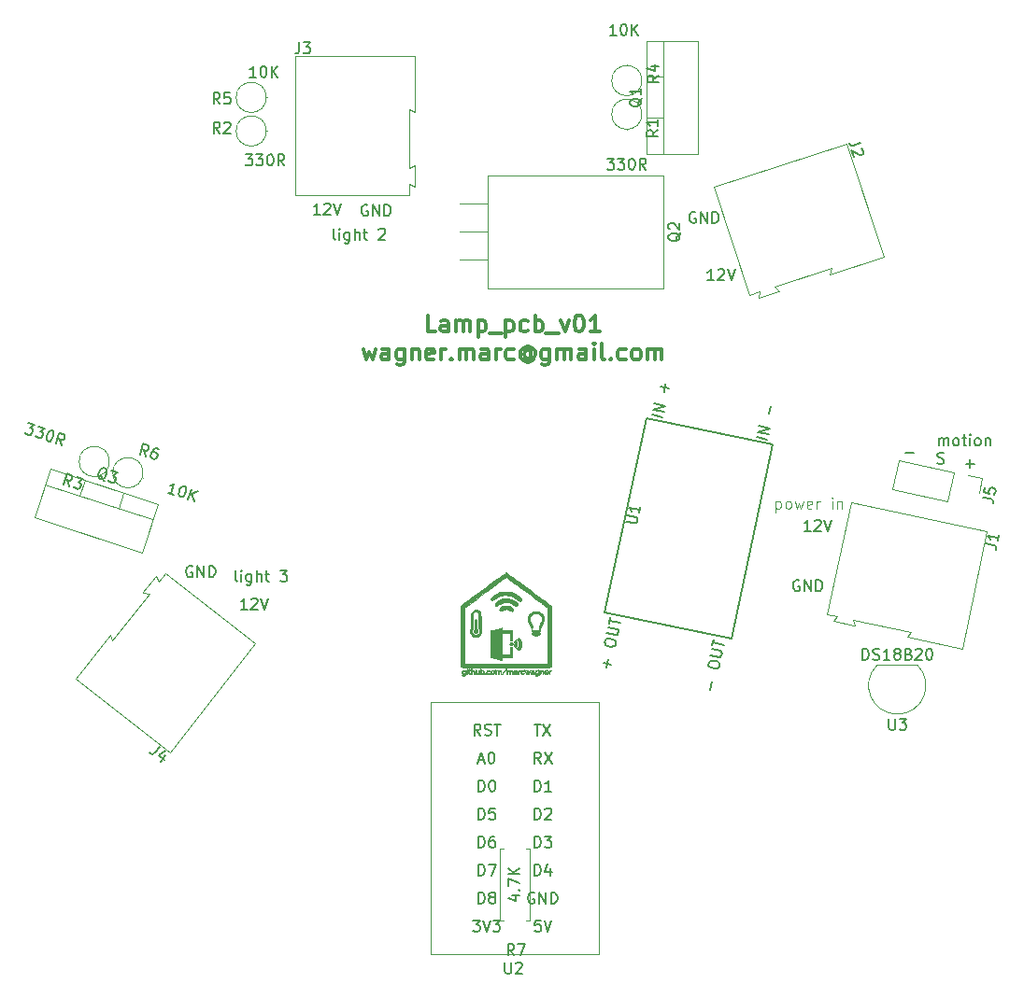
<source format=gbr>
G04 #@! TF.GenerationSoftware,KiCad,Pcbnew,5.1.4-e60b266~84~ubuntu18.04.1*
G04 #@! TF.CreationDate,2020-03-13T15:35:42+01:00*
G04 #@! TF.ProjectId,tree_lights,74726565-5f6c-4696-9768-74732e6b6963,rev?*
G04 #@! TF.SameCoordinates,Original*
G04 #@! TF.FileFunction,Legend,Top*
G04 #@! TF.FilePolarity,Positive*
%FSLAX46Y46*%
G04 Gerber Fmt 4.6, Leading zero omitted, Abs format (unit mm)*
G04 Created by KiCad (PCBNEW 5.1.4-e60b266~84~ubuntu18.04.1) date 2020-03-13 15:35:42*
%MOMM*%
%LPD*%
G04 APERTURE LIST*
%ADD10C,0.150000*%
%ADD11C,0.100000*%
%ADD12C,0.300000*%
%ADD13C,0.010000*%
%ADD14C,0.120000*%
%ADD15C,0.200000*%
G04 APERTURE END LIST*
D10*
X95496333Y-79446380D02*
X95401095Y-79398761D01*
X95353476Y-79303523D01*
X95353476Y-78446380D01*
X95877285Y-79446380D02*
X95877285Y-78779714D01*
X95877285Y-78446380D02*
X95829666Y-78494000D01*
X95877285Y-78541619D01*
X95924904Y-78494000D01*
X95877285Y-78446380D01*
X95877285Y-78541619D01*
X96782047Y-78779714D02*
X96782047Y-79589238D01*
X96734428Y-79684476D01*
X96686809Y-79732095D01*
X96591571Y-79779714D01*
X96448714Y-79779714D01*
X96353476Y-79732095D01*
X96782047Y-79398761D02*
X96686809Y-79446380D01*
X96496333Y-79446380D01*
X96401095Y-79398761D01*
X96353476Y-79351142D01*
X96305857Y-79255904D01*
X96305857Y-78970190D01*
X96353476Y-78874952D01*
X96401095Y-78827333D01*
X96496333Y-78779714D01*
X96686809Y-78779714D01*
X96782047Y-78827333D01*
X97258238Y-79446380D02*
X97258238Y-78446380D01*
X97686809Y-79446380D02*
X97686809Y-78922571D01*
X97639190Y-78827333D01*
X97543952Y-78779714D01*
X97401095Y-78779714D01*
X97305857Y-78827333D01*
X97258238Y-78874952D01*
X98020142Y-78779714D02*
X98401095Y-78779714D01*
X98163000Y-78446380D02*
X98163000Y-79303523D01*
X98210619Y-79398761D01*
X98305857Y-79446380D01*
X98401095Y-79446380D01*
X99448714Y-78541619D02*
X99496333Y-78494000D01*
X99591571Y-78446380D01*
X99829666Y-78446380D01*
X99924904Y-78494000D01*
X99972523Y-78541619D01*
X100020142Y-78636857D01*
X100020142Y-78732095D01*
X99972523Y-78874952D01*
X99401095Y-79446380D01*
X100020142Y-79446380D01*
X86606333Y-110434380D02*
X86511095Y-110386761D01*
X86463476Y-110291523D01*
X86463476Y-109434380D01*
X86987285Y-110434380D02*
X86987285Y-109767714D01*
X86987285Y-109434380D02*
X86939666Y-109482000D01*
X86987285Y-109529619D01*
X87034904Y-109482000D01*
X86987285Y-109434380D01*
X86987285Y-109529619D01*
X87892047Y-109767714D02*
X87892047Y-110577238D01*
X87844428Y-110672476D01*
X87796809Y-110720095D01*
X87701571Y-110767714D01*
X87558714Y-110767714D01*
X87463476Y-110720095D01*
X87892047Y-110386761D02*
X87796809Y-110434380D01*
X87606333Y-110434380D01*
X87511095Y-110386761D01*
X87463476Y-110339142D01*
X87415857Y-110243904D01*
X87415857Y-109958190D01*
X87463476Y-109862952D01*
X87511095Y-109815333D01*
X87606333Y-109767714D01*
X87796809Y-109767714D01*
X87892047Y-109815333D01*
X88368238Y-110434380D02*
X88368238Y-109434380D01*
X88796809Y-110434380D02*
X88796809Y-109910571D01*
X88749190Y-109815333D01*
X88653952Y-109767714D01*
X88511095Y-109767714D01*
X88415857Y-109815333D01*
X88368238Y-109862952D01*
X89130142Y-109767714D02*
X89511095Y-109767714D01*
X89273000Y-109434380D02*
X89273000Y-110291523D01*
X89320619Y-110386761D01*
X89415857Y-110434380D01*
X89511095Y-110434380D01*
X90511095Y-109434380D02*
X91130142Y-109434380D01*
X90796809Y-109815333D01*
X90939666Y-109815333D01*
X91034904Y-109862952D01*
X91082523Y-109910571D01*
X91130142Y-110005809D01*
X91130142Y-110243904D01*
X91082523Y-110339142D01*
X91034904Y-110386761D01*
X90939666Y-110434380D01*
X90653952Y-110434380D01*
X90558714Y-110386761D01*
X90511095Y-110339142D01*
D11*
X135430000Y-103163714D02*
X135430000Y-104163714D01*
X135430000Y-103211333D02*
X135525238Y-103163714D01*
X135715714Y-103163714D01*
X135810952Y-103211333D01*
X135858571Y-103258952D01*
X135906190Y-103354190D01*
X135906190Y-103639904D01*
X135858571Y-103735142D01*
X135810952Y-103782761D01*
X135715714Y-103830380D01*
X135525238Y-103830380D01*
X135430000Y-103782761D01*
X136477619Y-103830380D02*
X136382380Y-103782761D01*
X136334761Y-103735142D01*
X136287142Y-103639904D01*
X136287142Y-103354190D01*
X136334761Y-103258952D01*
X136382380Y-103211333D01*
X136477619Y-103163714D01*
X136620476Y-103163714D01*
X136715714Y-103211333D01*
X136763333Y-103258952D01*
X136810952Y-103354190D01*
X136810952Y-103639904D01*
X136763333Y-103735142D01*
X136715714Y-103782761D01*
X136620476Y-103830380D01*
X136477619Y-103830380D01*
X137144285Y-103163714D02*
X137334761Y-103830380D01*
X137525238Y-103354190D01*
X137715714Y-103830380D01*
X137906190Y-103163714D01*
X138668095Y-103782761D02*
X138572857Y-103830380D01*
X138382380Y-103830380D01*
X138287142Y-103782761D01*
X138239523Y-103687523D01*
X138239523Y-103306571D01*
X138287142Y-103211333D01*
X138382380Y-103163714D01*
X138572857Y-103163714D01*
X138668095Y-103211333D01*
X138715714Y-103306571D01*
X138715714Y-103401809D01*
X138239523Y-103497047D01*
X139144285Y-103830380D02*
X139144285Y-103163714D01*
X139144285Y-103354190D02*
X139191904Y-103258952D01*
X139239523Y-103211333D01*
X139334761Y-103163714D01*
X139430000Y-103163714D01*
X140525238Y-103830380D02*
X140525238Y-103163714D01*
X140525238Y-102830380D02*
X140477619Y-102878000D01*
X140525238Y-102925619D01*
X140572857Y-102878000D01*
X140525238Y-102830380D01*
X140525238Y-102925619D01*
X141001428Y-103163714D02*
X141001428Y-103830380D01*
X141001428Y-103258952D02*
X141049047Y-103211333D01*
X141144285Y-103163714D01*
X141287142Y-103163714D01*
X141382380Y-103211333D01*
X141430000Y-103306571D01*
X141430000Y-103830380D01*
D12*
X104597285Y-87795571D02*
X103883000Y-87795571D01*
X103883000Y-86295571D01*
X105740142Y-87795571D02*
X105740142Y-87009857D01*
X105668714Y-86867000D01*
X105525857Y-86795571D01*
X105240142Y-86795571D01*
X105097285Y-86867000D01*
X105740142Y-87724142D02*
X105597285Y-87795571D01*
X105240142Y-87795571D01*
X105097285Y-87724142D01*
X105025857Y-87581285D01*
X105025857Y-87438428D01*
X105097285Y-87295571D01*
X105240142Y-87224142D01*
X105597285Y-87224142D01*
X105740142Y-87152714D01*
X106454428Y-87795571D02*
X106454428Y-86795571D01*
X106454428Y-86938428D02*
X106525857Y-86867000D01*
X106668714Y-86795571D01*
X106883000Y-86795571D01*
X107025857Y-86867000D01*
X107097285Y-87009857D01*
X107097285Y-87795571D01*
X107097285Y-87009857D02*
X107168714Y-86867000D01*
X107311571Y-86795571D01*
X107525857Y-86795571D01*
X107668714Y-86867000D01*
X107740142Y-87009857D01*
X107740142Y-87795571D01*
X108454428Y-86795571D02*
X108454428Y-88295571D01*
X108454428Y-86867000D02*
X108597285Y-86795571D01*
X108883000Y-86795571D01*
X109025857Y-86867000D01*
X109097285Y-86938428D01*
X109168714Y-87081285D01*
X109168714Y-87509857D01*
X109097285Y-87652714D01*
X109025857Y-87724142D01*
X108883000Y-87795571D01*
X108597285Y-87795571D01*
X108454428Y-87724142D01*
X109454428Y-87938428D02*
X110597285Y-87938428D01*
X110954428Y-86795571D02*
X110954428Y-88295571D01*
X110954428Y-86867000D02*
X111097285Y-86795571D01*
X111383000Y-86795571D01*
X111525857Y-86867000D01*
X111597285Y-86938428D01*
X111668714Y-87081285D01*
X111668714Y-87509857D01*
X111597285Y-87652714D01*
X111525857Y-87724142D01*
X111383000Y-87795571D01*
X111097285Y-87795571D01*
X110954428Y-87724142D01*
X112954428Y-87724142D02*
X112811571Y-87795571D01*
X112525857Y-87795571D01*
X112383000Y-87724142D01*
X112311571Y-87652714D01*
X112240142Y-87509857D01*
X112240142Y-87081285D01*
X112311571Y-86938428D01*
X112383000Y-86867000D01*
X112525857Y-86795571D01*
X112811571Y-86795571D01*
X112954428Y-86867000D01*
X113597285Y-87795571D02*
X113597285Y-86295571D01*
X113597285Y-86867000D02*
X113740142Y-86795571D01*
X114025857Y-86795571D01*
X114168714Y-86867000D01*
X114240142Y-86938428D01*
X114311571Y-87081285D01*
X114311571Y-87509857D01*
X114240142Y-87652714D01*
X114168714Y-87724142D01*
X114025857Y-87795571D01*
X113740142Y-87795571D01*
X113597285Y-87724142D01*
X114597285Y-87938428D02*
X115740142Y-87938428D01*
X115954428Y-86795571D02*
X116311571Y-87795571D01*
X116668714Y-86795571D01*
X117525857Y-86295571D02*
X117668714Y-86295571D01*
X117811571Y-86367000D01*
X117883000Y-86438428D01*
X117954428Y-86581285D01*
X118025857Y-86867000D01*
X118025857Y-87224142D01*
X117954428Y-87509857D01*
X117883000Y-87652714D01*
X117811571Y-87724142D01*
X117668714Y-87795571D01*
X117525857Y-87795571D01*
X117383000Y-87724142D01*
X117311571Y-87652714D01*
X117240142Y-87509857D01*
X117168714Y-87224142D01*
X117168714Y-86867000D01*
X117240142Y-86581285D01*
X117311571Y-86438428D01*
X117383000Y-86367000D01*
X117525857Y-86295571D01*
X119454428Y-87795571D02*
X118597285Y-87795571D01*
X119025857Y-87795571D02*
X119025857Y-86295571D01*
X118883000Y-86509857D01*
X118740142Y-86652714D01*
X118597285Y-86724142D01*
X98025857Y-89345571D02*
X98311571Y-90345571D01*
X98597285Y-89631285D01*
X98883000Y-90345571D01*
X99168714Y-89345571D01*
X100383000Y-90345571D02*
X100383000Y-89559857D01*
X100311571Y-89417000D01*
X100168714Y-89345571D01*
X99883000Y-89345571D01*
X99740142Y-89417000D01*
X100383000Y-90274142D02*
X100240142Y-90345571D01*
X99883000Y-90345571D01*
X99740142Y-90274142D01*
X99668714Y-90131285D01*
X99668714Y-89988428D01*
X99740142Y-89845571D01*
X99883000Y-89774142D01*
X100240142Y-89774142D01*
X100383000Y-89702714D01*
X101740142Y-89345571D02*
X101740142Y-90559857D01*
X101668714Y-90702714D01*
X101597285Y-90774142D01*
X101454428Y-90845571D01*
X101240142Y-90845571D01*
X101097285Y-90774142D01*
X101740142Y-90274142D02*
X101597285Y-90345571D01*
X101311571Y-90345571D01*
X101168714Y-90274142D01*
X101097285Y-90202714D01*
X101025857Y-90059857D01*
X101025857Y-89631285D01*
X101097285Y-89488428D01*
X101168714Y-89417000D01*
X101311571Y-89345571D01*
X101597285Y-89345571D01*
X101740142Y-89417000D01*
X102454428Y-89345571D02*
X102454428Y-90345571D01*
X102454428Y-89488428D02*
X102525857Y-89417000D01*
X102668714Y-89345571D01*
X102883000Y-89345571D01*
X103025857Y-89417000D01*
X103097285Y-89559857D01*
X103097285Y-90345571D01*
X104383000Y-90274142D02*
X104240142Y-90345571D01*
X103954428Y-90345571D01*
X103811571Y-90274142D01*
X103740142Y-90131285D01*
X103740142Y-89559857D01*
X103811571Y-89417000D01*
X103954428Y-89345571D01*
X104240142Y-89345571D01*
X104383000Y-89417000D01*
X104454428Y-89559857D01*
X104454428Y-89702714D01*
X103740142Y-89845571D01*
X105097285Y-90345571D02*
X105097285Y-89345571D01*
X105097285Y-89631285D02*
X105168714Y-89488428D01*
X105240142Y-89417000D01*
X105383000Y-89345571D01*
X105525857Y-89345571D01*
X106025857Y-90202714D02*
X106097285Y-90274142D01*
X106025857Y-90345571D01*
X105954428Y-90274142D01*
X106025857Y-90202714D01*
X106025857Y-90345571D01*
X106740142Y-90345571D02*
X106740142Y-89345571D01*
X106740142Y-89488428D02*
X106811571Y-89417000D01*
X106954428Y-89345571D01*
X107168714Y-89345571D01*
X107311571Y-89417000D01*
X107383000Y-89559857D01*
X107383000Y-90345571D01*
X107383000Y-89559857D02*
X107454428Y-89417000D01*
X107597285Y-89345571D01*
X107811571Y-89345571D01*
X107954428Y-89417000D01*
X108025857Y-89559857D01*
X108025857Y-90345571D01*
X109383000Y-90345571D02*
X109383000Y-89559857D01*
X109311571Y-89417000D01*
X109168714Y-89345571D01*
X108883000Y-89345571D01*
X108740142Y-89417000D01*
X109383000Y-90274142D02*
X109240142Y-90345571D01*
X108883000Y-90345571D01*
X108740142Y-90274142D01*
X108668714Y-90131285D01*
X108668714Y-89988428D01*
X108740142Y-89845571D01*
X108883000Y-89774142D01*
X109240142Y-89774142D01*
X109383000Y-89702714D01*
X110097285Y-90345571D02*
X110097285Y-89345571D01*
X110097285Y-89631285D02*
X110168714Y-89488428D01*
X110240142Y-89417000D01*
X110383000Y-89345571D01*
X110525857Y-89345571D01*
X111668714Y-90274142D02*
X111525857Y-90345571D01*
X111240142Y-90345571D01*
X111097285Y-90274142D01*
X111025857Y-90202714D01*
X110954428Y-90059857D01*
X110954428Y-89631285D01*
X111025857Y-89488428D01*
X111097285Y-89417000D01*
X111240142Y-89345571D01*
X111525857Y-89345571D01*
X111668714Y-89417000D01*
X113240142Y-89631285D02*
X113168714Y-89559857D01*
X113025857Y-89488428D01*
X112883000Y-89488428D01*
X112740142Y-89559857D01*
X112668714Y-89631285D01*
X112597285Y-89774142D01*
X112597285Y-89917000D01*
X112668714Y-90059857D01*
X112740142Y-90131285D01*
X112883000Y-90202714D01*
X113025857Y-90202714D01*
X113168714Y-90131285D01*
X113240142Y-90059857D01*
X113240142Y-89488428D02*
X113240142Y-90059857D01*
X113311571Y-90131285D01*
X113383000Y-90131285D01*
X113525857Y-90059857D01*
X113597285Y-89917000D01*
X113597285Y-89559857D01*
X113454428Y-89345571D01*
X113240142Y-89202714D01*
X112954428Y-89131285D01*
X112668714Y-89202714D01*
X112454428Y-89345571D01*
X112311571Y-89559857D01*
X112240142Y-89845571D01*
X112311571Y-90131285D01*
X112454428Y-90345571D01*
X112668714Y-90488428D01*
X112954428Y-90559857D01*
X113240142Y-90488428D01*
X113454428Y-90345571D01*
X114883000Y-89345571D02*
X114883000Y-90559857D01*
X114811571Y-90702714D01*
X114740142Y-90774142D01*
X114597285Y-90845571D01*
X114383000Y-90845571D01*
X114240142Y-90774142D01*
X114883000Y-90274142D02*
X114740142Y-90345571D01*
X114454428Y-90345571D01*
X114311571Y-90274142D01*
X114240142Y-90202714D01*
X114168714Y-90059857D01*
X114168714Y-89631285D01*
X114240142Y-89488428D01*
X114311571Y-89417000D01*
X114454428Y-89345571D01*
X114740142Y-89345571D01*
X114883000Y-89417000D01*
X115597285Y-90345571D02*
X115597285Y-89345571D01*
X115597285Y-89488428D02*
X115668714Y-89417000D01*
X115811571Y-89345571D01*
X116025857Y-89345571D01*
X116168714Y-89417000D01*
X116240142Y-89559857D01*
X116240142Y-90345571D01*
X116240142Y-89559857D02*
X116311571Y-89417000D01*
X116454428Y-89345571D01*
X116668714Y-89345571D01*
X116811571Y-89417000D01*
X116883000Y-89559857D01*
X116883000Y-90345571D01*
X118240142Y-90345571D02*
X118240142Y-89559857D01*
X118168714Y-89417000D01*
X118025857Y-89345571D01*
X117740142Y-89345571D01*
X117597285Y-89417000D01*
X118240142Y-90274142D02*
X118097285Y-90345571D01*
X117740142Y-90345571D01*
X117597285Y-90274142D01*
X117525857Y-90131285D01*
X117525857Y-89988428D01*
X117597285Y-89845571D01*
X117740142Y-89774142D01*
X118097285Y-89774142D01*
X118240142Y-89702714D01*
X118954428Y-90345571D02*
X118954428Y-89345571D01*
X118954428Y-88845571D02*
X118883000Y-88917000D01*
X118954428Y-88988428D01*
X119025857Y-88917000D01*
X118954428Y-88845571D01*
X118954428Y-88988428D01*
X119883000Y-90345571D02*
X119740142Y-90274142D01*
X119668714Y-90131285D01*
X119668714Y-88845571D01*
X120454428Y-90202714D02*
X120525857Y-90274142D01*
X120454428Y-90345571D01*
X120383000Y-90274142D01*
X120454428Y-90202714D01*
X120454428Y-90345571D01*
X121811571Y-90274142D02*
X121668714Y-90345571D01*
X121383000Y-90345571D01*
X121240142Y-90274142D01*
X121168714Y-90202714D01*
X121097285Y-90059857D01*
X121097285Y-89631285D01*
X121168714Y-89488428D01*
X121240142Y-89417000D01*
X121383000Y-89345571D01*
X121668714Y-89345571D01*
X121811571Y-89417000D01*
X122668714Y-90345571D02*
X122525857Y-90274142D01*
X122454428Y-90202714D01*
X122383000Y-90059857D01*
X122383000Y-89631285D01*
X122454428Y-89488428D01*
X122525857Y-89417000D01*
X122668714Y-89345571D01*
X122883000Y-89345571D01*
X123025857Y-89417000D01*
X123097285Y-89488428D01*
X123168714Y-89631285D01*
X123168714Y-90059857D01*
X123097285Y-90202714D01*
X123025857Y-90274142D01*
X122883000Y-90345571D01*
X122668714Y-90345571D01*
X123811571Y-90345571D02*
X123811571Y-89345571D01*
X123811571Y-89488428D02*
X123883000Y-89417000D01*
X124025857Y-89345571D01*
X124240142Y-89345571D01*
X124383000Y-89417000D01*
X124454428Y-89559857D01*
X124454428Y-90345571D01*
X124454428Y-89559857D02*
X124525857Y-89417000D01*
X124668714Y-89345571D01*
X124883000Y-89345571D01*
X125025857Y-89417000D01*
X125097285Y-89559857D01*
X125097285Y-90345571D01*
D10*
X150082285Y-99718761D02*
X150225142Y-99766380D01*
X150463238Y-99766380D01*
X150558476Y-99718761D01*
X150606095Y-99671142D01*
X150653714Y-99575904D01*
X150653714Y-99480666D01*
X150606095Y-99385428D01*
X150558476Y-99337809D01*
X150463238Y-99290190D01*
X150272761Y-99242571D01*
X150177523Y-99194952D01*
X150129904Y-99147333D01*
X150082285Y-99052095D01*
X150082285Y-98956857D01*
X150129904Y-98861619D01*
X150177523Y-98814000D01*
X150272761Y-98766380D01*
X150510857Y-98766380D01*
X150653714Y-98814000D01*
X152654047Y-99766428D02*
X153415952Y-99766428D01*
X153035000Y-100147380D02*
X153035000Y-99385476D01*
X147193047Y-98750428D02*
X147954952Y-98750428D01*
X150217476Y-98115380D02*
X150217476Y-97448714D01*
X150217476Y-97543952D02*
X150265095Y-97496333D01*
X150360333Y-97448714D01*
X150503190Y-97448714D01*
X150598428Y-97496333D01*
X150646047Y-97591571D01*
X150646047Y-98115380D01*
X150646047Y-97591571D02*
X150693666Y-97496333D01*
X150788904Y-97448714D01*
X150931761Y-97448714D01*
X151027000Y-97496333D01*
X151074619Y-97591571D01*
X151074619Y-98115380D01*
X151693666Y-98115380D02*
X151598428Y-98067761D01*
X151550809Y-98020142D01*
X151503190Y-97924904D01*
X151503190Y-97639190D01*
X151550809Y-97543952D01*
X151598428Y-97496333D01*
X151693666Y-97448714D01*
X151836523Y-97448714D01*
X151931761Y-97496333D01*
X151979380Y-97543952D01*
X152027000Y-97639190D01*
X152027000Y-97924904D01*
X151979380Y-98020142D01*
X151931761Y-98067761D01*
X151836523Y-98115380D01*
X151693666Y-98115380D01*
X152312714Y-97448714D02*
X152693666Y-97448714D01*
X152455571Y-97115380D02*
X152455571Y-97972523D01*
X152503190Y-98067761D01*
X152598428Y-98115380D01*
X152693666Y-98115380D01*
X153027000Y-98115380D02*
X153027000Y-97448714D01*
X153027000Y-97115380D02*
X152979380Y-97163000D01*
X153027000Y-97210619D01*
X153074619Y-97163000D01*
X153027000Y-97115380D01*
X153027000Y-97210619D01*
X153646047Y-98115380D02*
X153550809Y-98067761D01*
X153503190Y-98020142D01*
X153455571Y-97924904D01*
X153455571Y-97639190D01*
X153503190Y-97543952D01*
X153550809Y-97496333D01*
X153646047Y-97448714D01*
X153788904Y-97448714D01*
X153884142Y-97496333D01*
X153931761Y-97543952D01*
X153979380Y-97639190D01*
X153979380Y-97924904D01*
X153931761Y-98020142D01*
X153884142Y-98067761D01*
X153788904Y-98115380D01*
X153646047Y-98115380D01*
X154407952Y-97448714D02*
X154407952Y-98115380D01*
X154407952Y-97543952D02*
X154455571Y-97496333D01*
X154550809Y-97448714D01*
X154693666Y-97448714D01*
X154788904Y-97496333D01*
X154836523Y-97591571D01*
X154836523Y-98115380D01*
X82550095Y-109101000D02*
X82454857Y-109053380D01*
X82312000Y-109053380D01*
X82169142Y-109101000D01*
X82073904Y-109196238D01*
X82026285Y-109291476D01*
X81978666Y-109481952D01*
X81978666Y-109624809D01*
X82026285Y-109815285D01*
X82073904Y-109910523D01*
X82169142Y-110005761D01*
X82312000Y-110053380D01*
X82407238Y-110053380D01*
X82550095Y-110005761D01*
X82597714Y-109958142D01*
X82597714Y-109624809D01*
X82407238Y-109624809D01*
X83026285Y-110053380D02*
X83026285Y-109053380D01*
X83597714Y-110053380D01*
X83597714Y-109053380D01*
X84073904Y-110053380D02*
X84073904Y-109053380D01*
X84312000Y-109053380D01*
X84454857Y-109101000D01*
X84550095Y-109196238D01*
X84597714Y-109291476D01*
X84645333Y-109481952D01*
X84645333Y-109624809D01*
X84597714Y-109815285D01*
X84550095Y-109910523D01*
X84454857Y-110005761D01*
X84312000Y-110053380D01*
X84073904Y-110053380D01*
X98425095Y-76335000D02*
X98329857Y-76287380D01*
X98187000Y-76287380D01*
X98044142Y-76335000D01*
X97948904Y-76430238D01*
X97901285Y-76525476D01*
X97853666Y-76715952D01*
X97853666Y-76858809D01*
X97901285Y-77049285D01*
X97948904Y-77144523D01*
X98044142Y-77239761D01*
X98187000Y-77287380D01*
X98282238Y-77287380D01*
X98425095Y-77239761D01*
X98472714Y-77192142D01*
X98472714Y-76858809D01*
X98282238Y-76858809D01*
X98901285Y-77287380D02*
X98901285Y-76287380D01*
X99472714Y-77287380D01*
X99472714Y-76287380D01*
X99948904Y-77287380D02*
X99948904Y-76287380D01*
X100187000Y-76287380D01*
X100329857Y-76335000D01*
X100425095Y-76430238D01*
X100472714Y-76525476D01*
X100520333Y-76715952D01*
X100520333Y-76858809D01*
X100472714Y-77049285D01*
X100425095Y-77144523D01*
X100329857Y-77239761D01*
X100187000Y-77287380D01*
X99948904Y-77287380D01*
X128143095Y-76970000D02*
X128047857Y-76922380D01*
X127905000Y-76922380D01*
X127762142Y-76970000D01*
X127666904Y-77065238D01*
X127619285Y-77160476D01*
X127571666Y-77350952D01*
X127571666Y-77493809D01*
X127619285Y-77684285D01*
X127666904Y-77779523D01*
X127762142Y-77874761D01*
X127905000Y-77922380D01*
X128000238Y-77922380D01*
X128143095Y-77874761D01*
X128190714Y-77827142D01*
X128190714Y-77493809D01*
X128000238Y-77493809D01*
X128619285Y-77922380D02*
X128619285Y-76922380D01*
X129190714Y-77922380D01*
X129190714Y-76922380D01*
X129666904Y-77922380D02*
X129666904Y-76922380D01*
X129905000Y-76922380D01*
X130047857Y-76970000D01*
X130143095Y-77065238D01*
X130190714Y-77160476D01*
X130238333Y-77350952D01*
X130238333Y-77493809D01*
X130190714Y-77684285D01*
X130143095Y-77779523D01*
X130047857Y-77874761D01*
X129905000Y-77922380D01*
X129666904Y-77922380D01*
X129809952Y-83129380D02*
X129238523Y-83129380D01*
X129524238Y-83129380D02*
X129524238Y-82129380D01*
X129429000Y-82272238D01*
X129333761Y-82367476D01*
X129238523Y-82415095D01*
X130190904Y-82224619D02*
X130238523Y-82177000D01*
X130333761Y-82129380D01*
X130571857Y-82129380D01*
X130667095Y-82177000D01*
X130714714Y-82224619D01*
X130762333Y-82319857D01*
X130762333Y-82415095D01*
X130714714Y-82557952D01*
X130143285Y-83129380D01*
X130762333Y-83129380D01*
X131048047Y-82129380D02*
X131381380Y-83129380D01*
X131714714Y-82129380D01*
X94122952Y-77160380D02*
X93551523Y-77160380D01*
X93837238Y-77160380D02*
X93837238Y-76160380D01*
X93742000Y-76303238D01*
X93646761Y-76398476D01*
X93551523Y-76446095D01*
X94503904Y-76255619D02*
X94551523Y-76208000D01*
X94646761Y-76160380D01*
X94884857Y-76160380D01*
X94980095Y-76208000D01*
X95027714Y-76255619D01*
X95075333Y-76350857D01*
X95075333Y-76446095D01*
X95027714Y-76588952D01*
X94456285Y-77160380D01*
X95075333Y-77160380D01*
X95361047Y-76160380D02*
X95694380Y-77160380D01*
X96027714Y-76160380D01*
X87518952Y-112974380D02*
X86947523Y-112974380D01*
X87233238Y-112974380D02*
X87233238Y-111974380D01*
X87138000Y-112117238D01*
X87042761Y-112212476D01*
X86947523Y-112260095D01*
X87899904Y-112069619D02*
X87947523Y-112022000D01*
X88042761Y-111974380D01*
X88280857Y-111974380D01*
X88376095Y-112022000D01*
X88423714Y-112069619D01*
X88471333Y-112164857D01*
X88471333Y-112260095D01*
X88423714Y-112402952D01*
X87852285Y-112974380D01*
X88471333Y-112974380D01*
X88757047Y-111974380D02*
X89090380Y-112974380D01*
X89423714Y-111974380D01*
X137541095Y-110371000D02*
X137445857Y-110323380D01*
X137303000Y-110323380D01*
X137160142Y-110371000D01*
X137064904Y-110466238D01*
X137017285Y-110561476D01*
X136969666Y-110751952D01*
X136969666Y-110894809D01*
X137017285Y-111085285D01*
X137064904Y-111180523D01*
X137160142Y-111275761D01*
X137303000Y-111323380D01*
X137398238Y-111323380D01*
X137541095Y-111275761D01*
X137588714Y-111228142D01*
X137588714Y-110894809D01*
X137398238Y-110894809D01*
X138017285Y-111323380D02*
X138017285Y-110323380D01*
X138588714Y-111323380D01*
X138588714Y-110323380D01*
X139064904Y-111323380D02*
X139064904Y-110323380D01*
X139303000Y-110323380D01*
X139445857Y-110371000D01*
X139541095Y-110466238D01*
X139588714Y-110561476D01*
X139636333Y-110751952D01*
X139636333Y-110894809D01*
X139588714Y-111085285D01*
X139541095Y-111180523D01*
X139445857Y-111275761D01*
X139303000Y-111323380D01*
X139064904Y-111323380D01*
X138572952Y-105862380D02*
X138001523Y-105862380D01*
X138287238Y-105862380D02*
X138287238Y-104862380D01*
X138192000Y-105005238D01*
X138096761Y-105100476D01*
X138001523Y-105148095D01*
X138953904Y-104957619D02*
X139001523Y-104910000D01*
X139096761Y-104862380D01*
X139334857Y-104862380D01*
X139430095Y-104910000D01*
X139477714Y-104957619D01*
X139525333Y-105052857D01*
X139525333Y-105148095D01*
X139477714Y-105290952D01*
X138906285Y-105862380D01*
X139525333Y-105862380D01*
X139811047Y-104862380D02*
X140144380Y-105862380D01*
X140477714Y-104862380D01*
D13*
G36*
X108261094Y-113897681D02*
G01*
X108288709Y-113914314D01*
X108307994Y-113950080D01*
X108320405Y-114011562D01*
X108327401Y-114105341D01*
X108330439Y-114238000D01*
X108331000Y-114378169D01*
X108331780Y-114540402D01*
X108334517Y-114658958D01*
X108339806Y-114740943D01*
X108348242Y-114793463D01*
X108360419Y-114823623D01*
X108369100Y-114833400D01*
X108400833Y-114889027D01*
X108403216Y-114964266D01*
X108376857Y-115037701D01*
X108362750Y-115056978D01*
X108286643Y-115114388D01*
X108202307Y-115122393D01*
X108153621Y-115105354D01*
X108085561Y-115046172D01*
X108057638Y-114965035D01*
X108073594Y-114875428D01*
X108084070Y-114854677D01*
X108101798Y-114815179D01*
X108114164Y-114762821D01*
X108122034Y-114688611D01*
X108126277Y-114583558D01*
X108127758Y-114438670D01*
X108127800Y-114401195D01*
X108129739Y-114221631D01*
X108136244Y-114087309D01*
X108148339Y-113992793D01*
X108167053Y-113932649D01*
X108193410Y-113901442D01*
X108223691Y-113893600D01*
X108261094Y-113897681D01*
X108261094Y-113897681D01*
G37*
X108261094Y-113897681D02*
X108288709Y-113914314D01*
X108307994Y-113950080D01*
X108320405Y-114011562D01*
X108327401Y-114105341D01*
X108330439Y-114238000D01*
X108331000Y-114378169D01*
X108331780Y-114540402D01*
X108334517Y-114658958D01*
X108339806Y-114740943D01*
X108348242Y-114793463D01*
X108360419Y-114823623D01*
X108369100Y-114833400D01*
X108400833Y-114889027D01*
X108403216Y-114964266D01*
X108376857Y-115037701D01*
X108362750Y-115056978D01*
X108286643Y-115114388D01*
X108202307Y-115122393D01*
X108153621Y-115105354D01*
X108085561Y-115046172D01*
X108057638Y-114965035D01*
X108073594Y-114875428D01*
X108084070Y-114854677D01*
X108101798Y-114815179D01*
X108114164Y-114762821D01*
X108122034Y-114688611D01*
X108126277Y-114583558D01*
X108127758Y-114438670D01*
X108127800Y-114401195D01*
X108129739Y-114221631D01*
X108136244Y-114087309D01*
X108148339Y-113992793D01*
X108167053Y-113932649D01*
X108193410Y-113901442D01*
X108223691Y-113893600D01*
X108261094Y-113897681D01*
G36*
X111002734Y-111361884D02*
G01*
X111112494Y-111373138D01*
X111412994Y-111424398D01*
X111682656Y-111509689D01*
X111931855Y-111633344D01*
X112170971Y-111799700D01*
X112210374Y-111831717D01*
X112297602Y-111915346D01*
X112361273Y-111998969D01*
X112392977Y-112070868D01*
X112395000Y-112088938D01*
X112378563Y-112124966D01*
X112344200Y-112166400D01*
X112272735Y-112209974D01*
X112188807Y-112206031D01*
X112166400Y-112198340D01*
X112129879Y-112176183D01*
X112066098Y-112130238D01*
X111986895Y-112069149D01*
X111960342Y-112047907D01*
X111722911Y-111885464D01*
X111472532Y-111771821D01*
X111206750Y-111706201D01*
X110923113Y-111687828D01*
X110834440Y-111691396D01*
X110618334Y-111716917D01*
X110424718Y-111767920D01*
X110239148Y-111849905D01*
X110047179Y-111968375D01*
X109978893Y-112017201D01*
X109849238Y-112100009D01*
X109742773Y-112139561D01*
X109656876Y-112136356D01*
X109589226Y-112091223D01*
X109557593Y-112031512D01*
X109568289Y-111965231D01*
X109623048Y-111888550D01*
X109721609Y-111799245D01*
X109932977Y-111654833D01*
X110176206Y-111531633D01*
X110434118Y-111437591D01*
X110587487Y-111398733D01*
X110714412Y-111373681D01*
X110812367Y-111359850D01*
X110901694Y-111356248D01*
X111002734Y-111361884D01*
X111002734Y-111361884D01*
G37*
X111002734Y-111361884D02*
X111112494Y-111373138D01*
X111412994Y-111424398D01*
X111682656Y-111509689D01*
X111931855Y-111633344D01*
X112170971Y-111799700D01*
X112210374Y-111831717D01*
X112297602Y-111915346D01*
X112361273Y-111998969D01*
X112392977Y-112070868D01*
X112395000Y-112088938D01*
X112378563Y-112124966D01*
X112344200Y-112166400D01*
X112272735Y-112209974D01*
X112188807Y-112206031D01*
X112166400Y-112198340D01*
X112129879Y-112176183D01*
X112066098Y-112130238D01*
X111986895Y-112069149D01*
X111960342Y-112047907D01*
X111722911Y-111885464D01*
X111472532Y-111771821D01*
X111206750Y-111706201D01*
X110923113Y-111687828D01*
X110834440Y-111691396D01*
X110618334Y-111716917D01*
X110424718Y-111767920D01*
X110239148Y-111849905D01*
X110047179Y-111968375D01*
X109978893Y-112017201D01*
X109849238Y-112100009D01*
X109742773Y-112139561D01*
X109656876Y-112136356D01*
X109589226Y-112091223D01*
X109557593Y-112031512D01*
X109568289Y-111965231D01*
X109623048Y-111888550D01*
X109721609Y-111799245D01*
X109932977Y-111654833D01*
X110176206Y-111531633D01*
X110434118Y-111437591D01*
X110587487Y-111398733D01*
X110714412Y-111373681D01*
X110812367Y-111359850D01*
X110901694Y-111356248D01*
X111002734Y-111361884D01*
G36*
X111195703Y-112010420D02*
G01*
X111446020Y-112077650D01*
X111693537Y-112195435D01*
X111774836Y-112245609D01*
X111906500Y-112342463D01*
X111989802Y-112430349D01*
X112025977Y-112511268D01*
X112016265Y-112587224D01*
X112002060Y-112613304D01*
X111953008Y-112661484D01*
X111889026Y-112673378D01*
X111805110Y-112648062D01*
X111696256Y-112584611D01*
X111642646Y-112546914D01*
X111491198Y-112445001D01*
X111356972Y-112377034D01*
X111224499Y-112338076D01*
X111078307Y-112323193D01*
X110947200Y-112325006D01*
X110821703Y-112333265D01*
X110728813Y-112346829D01*
X110650353Y-112369810D01*
X110568143Y-112406318D01*
X110552116Y-112414354D01*
X110450752Y-112471546D01*
X110349257Y-112537994D01*
X110289362Y-112583358D01*
X110190369Y-112650429D01*
X110106874Y-112671310D01*
X110034615Y-112646608D01*
X110007400Y-112623600D01*
X109967815Y-112576258D01*
X109960076Y-112532412D01*
X109981426Y-112470051D01*
X109986708Y-112458308D01*
X110026894Y-112404160D01*
X110099639Y-112335172D01*
X110192835Y-112260700D01*
X110294372Y-112190099D01*
X110392142Y-112132723D01*
X110434072Y-112112674D01*
X110689116Y-112027871D01*
X110943197Y-111993807D01*
X111195703Y-112010420D01*
X111195703Y-112010420D01*
G37*
X111195703Y-112010420D02*
X111446020Y-112077650D01*
X111693537Y-112195435D01*
X111774836Y-112245609D01*
X111906500Y-112342463D01*
X111989802Y-112430349D01*
X112025977Y-112511268D01*
X112016265Y-112587224D01*
X112002060Y-112613304D01*
X111953008Y-112661484D01*
X111889026Y-112673378D01*
X111805110Y-112648062D01*
X111696256Y-112584611D01*
X111642646Y-112546914D01*
X111491198Y-112445001D01*
X111356972Y-112377034D01*
X111224499Y-112338076D01*
X111078307Y-112323193D01*
X110947200Y-112325006D01*
X110821703Y-112333265D01*
X110728813Y-112346829D01*
X110650353Y-112369810D01*
X110568143Y-112406318D01*
X110552116Y-112414354D01*
X110450752Y-112471546D01*
X110349257Y-112537994D01*
X110289362Y-112583358D01*
X110190369Y-112650429D01*
X110106874Y-112671310D01*
X110034615Y-112646608D01*
X110007400Y-112623600D01*
X109967815Y-112576258D01*
X109960076Y-112532412D01*
X109981426Y-112470051D01*
X109986708Y-112458308D01*
X110026894Y-112404160D01*
X110099639Y-112335172D01*
X110192835Y-112260700D01*
X110294372Y-112190099D01*
X110392142Y-112132723D01*
X110434072Y-112112674D01*
X110689116Y-112027871D01*
X110943197Y-111993807D01*
X111195703Y-112010420D01*
G36*
X111142016Y-112658149D02*
G01*
X111302991Y-112696284D01*
X111442482Y-112771909D01*
X111521278Y-112838043D01*
X111597573Y-112923610D01*
X111629613Y-112994609D01*
X111619444Y-113057367D01*
X111601250Y-113085095D01*
X111552723Y-113127529D01*
X111496185Y-113135453D01*
X111421498Y-113108155D01*
X111352828Y-113067602D01*
X111182219Y-112982519D01*
X111013381Y-112948174D01*
X110846473Y-112964572D01*
X110681656Y-113031715D01*
X110642391Y-113055405D01*
X110540394Y-113111091D01*
X110464041Y-113128210D01*
X110406515Y-113107270D01*
X110377140Y-113075148D01*
X110345344Y-113018012D01*
X110344808Y-112968703D01*
X110378354Y-112911264D01*
X110413615Y-112868991D01*
X110529597Y-112773266D01*
X110683556Y-112703409D01*
X110868137Y-112662358D01*
X110950416Y-112654568D01*
X111142016Y-112658149D01*
X111142016Y-112658149D01*
G37*
X111142016Y-112658149D02*
X111302991Y-112696284D01*
X111442482Y-112771909D01*
X111521278Y-112838043D01*
X111597573Y-112923610D01*
X111629613Y-112994609D01*
X111619444Y-113057367D01*
X111601250Y-113085095D01*
X111552723Y-113127529D01*
X111496185Y-113135453D01*
X111421498Y-113108155D01*
X111352828Y-113067602D01*
X111182219Y-112982519D01*
X111013381Y-112948174D01*
X110846473Y-112964572D01*
X110681656Y-113031715D01*
X110642391Y-113055405D01*
X110540394Y-113111091D01*
X110464041Y-113128210D01*
X110406515Y-113107270D01*
X110377140Y-113075148D01*
X110345344Y-113018012D01*
X110344808Y-112968703D01*
X110378354Y-112911264D01*
X110413615Y-112868991D01*
X110529597Y-112773266D01*
X110683556Y-112703409D01*
X110868137Y-112662358D01*
X110950416Y-112654568D01*
X111142016Y-112658149D01*
G36*
X113857337Y-113168058D02*
G01*
X114022667Y-113231644D01*
X114163017Y-113338638D01*
X114194180Y-113371974D01*
X114295671Y-113506307D01*
X114356679Y-113638080D01*
X114383776Y-113783875D01*
X114386653Y-113857677D01*
X114385571Y-113933756D01*
X114379124Y-113997645D01*
X114363707Y-114061128D01*
X114335715Y-114135989D01*
X114291543Y-114234013D01*
X114236425Y-114348794D01*
X114163337Y-114494446D01*
X114105546Y-114596995D01*
X114059706Y-114660592D01*
X114022469Y-114689391D01*
X113990488Y-114687542D01*
X113973691Y-114674731D01*
X113950298Y-114634623D01*
X113949092Y-114577588D01*
X113971749Y-114496779D01*
X114019948Y-114385349D01*
X114068400Y-114288141D01*
X114143605Y-114131548D01*
X114190360Y-114004312D01*
X114210913Y-113895314D01*
X114207513Y-113793437D01*
X114186905Y-113702229D01*
X114119829Y-113555480D01*
X114020790Y-113441726D01*
X113898045Y-113362932D01*
X113759851Y-113321061D01*
X113614465Y-113318077D01*
X113470144Y-113355943D01*
X113335144Y-113436622D01*
X113280380Y-113486649D01*
X113189534Y-113599260D01*
X113136220Y-113715136D01*
X113120373Y-113840830D01*
X113141928Y-113982893D01*
X113200821Y-114147880D01*
X113272372Y-114296196D01*
X113322016Y-114398039D01*
X113360592Y-114490437D01*
X113382566Y-114559476D01*
X113385600Y-114580981D01*
X113371000Y-114647824D01*
X113334283Y-114686985D01*
X113292772Y-114688980D01*
X113266745Y-114660835D01*
X113226586Y-114595698D01*
X113177120Y-114503710D01*
X113123175Y-114395006D01*
X113069579Y-114279727D01*
X113021158Y-114168009D01*
X112982740Y-114069992D01*
X112959151Y-113995812D01*
X112956070Y-113981826D01*
X112947477Y-113808949D01*
X112981974Y-113636334D01*
X113054998Y-113477086D01*
X113161984Y-113344311D01*
X113185293Y-113323563D01*
X113315761Y-113229052D01*
X113443627Y-113173339D01*
X113588118Y-113149349D01*
X113665000Y-113147018D01*
X113857337Y-113168058D01*
X113857337Y-113168058D01*
G37*
X113857337Y-113168058D02*
X114022667Y-113231644D01*
X114163017Y-113338638D01*
X114194180Y-113371974D01*
X114295671Y-113506307D01*
X114356679Y-113638080D01*
X114383776Y-113783875D01*
X114386653Y-113857677D01*
X114385571Y-113933756D01*
X114379124Y-113997645D01*
X114363707Y-114061128D01*
X114335715Y-114135989D01*
X114291543Y-114234013D01*
X114236425Y-114348794D01*
X114163337Y-114494446D01*
X114105546Y-114596995D01*
X114059706Y-114660592D01*
X114022469Y-114689391D01*
X113990488Y-114687542D01*
X113973691Y-114674731D01*
X113950298Y-114634623D01*
X113949092Y-114577588D01*
X113971749Y-114496779D01*
X114019948Y-114385349D01*
X114068400Y-114288141D01*
X114143605Y-114131548D01*
X114190360Y-114004312D01*
X114210913Y-113895314D01*
X114207513Y-113793437D01*
X114186905Y-113702229D01*
X114119829Y-113555480D01*
X114020790Y-113441726D01*
X113898045Y-113362932D01*
X113759851Y-113321061D01*
X113614465Y-113318077D01*
X113470144Y-113355943D01*
X113335144Y-113436622D01*
X113280380Y-113486649D01*
X113189534Y-113599260D01*
X113136220Y-113715136D01*
X113120373Y-113840830D01*
X113141928Y-113982893D01*
X113200821Y-114147880D01*
X113272372Y-114296196D01*
X113322016Y-114398039D01*
X113360592Y-114490437D01*
X113382566Y-114559476D01*
X113385600Y-114580981D01*
X113371000Y-114647824D01*
X113334283Y-114686985D01*
X113292772Y-114688980D01*
X113266745Y-114660835D01*
X113226586Y-114595698D01*
X113177120Y-114503710D01*
X113123175Y-114395006D01*
X113069579Y-114279727D01*
X113021158Y-114168009D01*
X112982740Y-114069992D01*
X112959151Y-113995812D01*
X112956070Y-113981826D01*
X112947477Y-113808949D01*
X112981974Y-113636334D01*
X113054998Y-113477086D01*
X113161984Y-113344311D01*
X113185293Y-113323563D01*
X113315761Y-113229052D01*
X113443627Y-113173339D01*
X113588118Y-113149349D01*
X113665000Y-113147018D01*
X113857337Y-113168058D01*
G36*
X114025817Y-114819003D02*
G01*
X114053915Y-114844941D01*
X114055806Y-114846835D01*
X114082366Y-114895573D01*
X114062301Y-114944519D01*
X113994114Y-114995886D01*
X113934199Y-115026604D01*
X113763377Y-115079440D01*
X113588717Y-115082339D01*
X113415613Y-115035320D01*
X113391950Y-115024820D01*
X113300335Y-114970618D01*
X113258716Y-114916886D01*
X113267393Y-114864200D01*
X113293293Y-114836226D01*
X113328929Y-114823347D01*
X113385022Y-114835458D01*
X113439343Y-114857959D01*
X113584337Y-114900516D01*
X113734438Y-114904154D01*
X113872307Y-114868841D01*
X113893600Y-114858800D01*
X113961781Y-114824743D01*
X114000480Y-114811874D01*
X114025817Y-114819003D01*
X114025817Y-114819003D01*
G37*
X114025817Y-114819003D02*
X114053915Y-114844941D01*
X114055806Y-114846835D01*
X114082366Y-114895573D01*
X114062301Y-114944519D01*
X113994114Y-114995886D01*
X113934199Y-115026604D01*
X113763377Y-115079440D01*
X113588717Y-115082339D01*
X113415613Y-115035320D01*
X113391950Y-115024820D01*
X113300335Y-114970618D01*
X113258716Y-114916886D01*
X113267393Y-114864200D01*
X113293293Y-114836226D01*
X113328929Y-114823347D01*
X113385022Y-114835458D01*
X113439343Y-114857959D01*
X113584337Y-114900516D01*
X113734438Y-114904154D01*
X113872307Y-114868841D01*
X113893600Y-114858800D01*
X113961781Y-114824743D01*
X114000480Y-114811874D01*
X114025817Y-114819003D01*
G36*
X113393849Y-115108840D02*
G01*
X113440043Y-115127142D01*
X113532199Y-115156274D01*
X113636445Y-115172298D01*
X113665000Y-115173369D01*
X113765232Y-115162966D01*
X113865202Y-115137026D01*
X113889956Y-115127142D01*
X113981777Y-115097286D01*
X114042775Y-115103231D01*
X114070141Y-115144454D01*
X114071400Y-115160959D01*
X114047777Y-115223012D01*
X113983555Y-115276710D01*
X113888701Y-115318562D01*
X113773180Y-115345077D01*
X113646960Y-115352763D01*
X113549457Y-115343773D01*
X113443956Y-115315016D01*
X113352560Y-115269995D01*
X113287900Y-115216441D01*
X113263168Y-115168550D01*
X113272271Y-115115569D01*
X113317104Y-115095368D01*
X113393849Y-115108840D01*
X113393849Y-115108840D01*
G37*
X113393849Y-115108840D02*
X113440043Y-115127142D01*
X113532199Y-115156274D01*
X113636445Y-115172298D01*
X113665000Y-115173369D01*
X113765232Y-115162966D01*
X113865202Y-115137026D01*
X113889956Y-115127142D01*
X113981777Y-115097286D01*
X114042775Y-115103231D01*
X114070141Y-115144454D01*
X114071400Y-115160959D01*
X114047777Y-115223012D01*
X113983555Y-115276710D01*
X113888701Y-115318562D01*
X113773180Y-115345077D01*
X113646960Y-115352763D01*
X113549457Y-115343773D01*
X113443956Y-115315016D01*
X113352560Y-115269995D01*
X113287900Y-115216441D01*
X113263168Y-115168550D01*
X113272271Y-115115569D01*
X113317104Y-115095368D01*
X113393849Y-115108840D01*
G36*
X108392333Y-113040722D02*
G01*
X108505776Y-113103054D01*
X108598327Y-113198953D01*
X108638433Y-113269303D01*
X108653194Y-113306570D01*
X108664558Y-113349811D01*
X108672966Y-113405879D01*
X108678859Y-113481628D01*
X108682676Y-113583911D01*
X108684859Y-113719581D01*
X108685848Y-113895491D01*
X108686042Y-114009725D01*
X108686791Y-114218095D01*
X108688880Y-114382438D01*
X108692681Y-114509517D01*
X108698567Y-114606094D01*
X108706910Y-114678934D01*
X108718082Y-114734799D01*
X108727775Y-114767394D01*
X108757596Y-114926932D01*
X108741068Y-115082531D01*
X108681107Y-115224831D01*
X108580631Y-115344476D01*
X108537193Y-115378731D01*
X108420105Y-115435812D01*
X108282189Y-115464173D01*
X108142041Y-115462417D01*
X108018259Y-115429146D01*
X107998268Y-115419225D01*
X107867273Y-115322411D01*
X107772611Y-115199053D01*
X107717243Y-115058042D01*
X107712626Y-115005291D01*
X107897680Y-115005291D01*
X107936625Y-115120140D01*
X107966978Y-115164052D01*
X108040260Y-115235930D01*
X108119288Y-115274434D01*
X108223836Y-115288404D01*
X108246501Y-115288989D01*
X108343780Y-115276482D01*
X108426017Y-115228670D01*
X108431563Y-115224074D01*
X108528782Y-115118275D01*
X108575994Y-115005202D01*
X108573768Y-114882336D01*
X108534200Y-114769900D01*
X108519089Y-114734720D01*
X108507398Y-114694952D01*
X108498683Y-114643873D01*
X108492500Y-114574761D01*
X108488406Y-114480891D01*
X108485958Y-114355542D01*
X108484713Y-114191991D01*
X108484261Y-114012580D01*
X108482961Y-113803728D01*
X108479766Y-113625193D01*
X108474853Y-113481642D01*
X108468403Y-113377741D01*
X108460593Y-113318157D01*
X108457247Y-113307993D01*
X108404456Y-113251661D01*
X108322818Y-113206304D01*
X108234285Y-113183322D01*
X108215421Y-113182400D01*
X108143723Y-113204709D01*
X108063015Y-113267508D01*
X108061759Y-113268760D01*
X107975400Y-113355120D01*
X107975400Y-114019321D01*
X107974805Y-114234054D01*
X107972844Y-114403475D01*
X107969252Y-114533062D01*
X107963764Y-114628289D01*
X107956115Y-114694635D01*
X107946039Y-114737575D01*
X107939941Y-114752111D01*
X107898473Y-114877861D01*
X107897680Y-115005291D01*
X107712626Y-115005291D01*
X107704134Y-114908269D01*
X107736248Y-114758627D01*
X107760226Y-114704995D01*
X107772286Y-114672131D01*
X107781609Y-114621929D01*
X107788509Y-114548459D01*
X107793300Y-114445792D01*
X107796298Y-114307996D01*
X107797816Y-114129143D01*
X107798157Y-113990111D01*
X107798675Y-113788752D01*
X107800127Y-113631370D01*
X107802950Y-113511146D01*
X107807581Y-113421260D01*
X107814457Y-113354890D01*
X107824013Y-113305217D01*
X107836687Y-113265422D01*
X107845958Y-113243475D01*
X107920626Y-113133299D01*
X108022146Y-113058247D01*
X108140970Y-113018008D01*
X108267548Y-113012270D01*
X108392333Y-113040722D01*
X108392333Y-113040722D01*
G37*
X108392333Y-113040722D02*
X108505776Y-113103054D01*
X108598327Y-113198953D01*
X108638433Y-113269303D01*
X108653194Y-113306570D01*
X108664558Y-113349811D01*
X108672966Y-113405879D01*
X108678859Y-113481628D01*
X108682676Y-113583911D01*
X108684859Y-113719581D01*
X108685848Y-113895491D01*
X108686042Y-114009725D01*
X108686791Y-114218095D01*
X108688880Y-114382438D01*
X108692681Y-114509517D01*
X108698567Y-114606094D01*
X108706910Y-114678934D01*
X108718082Y-114734799D01*
X108727775Y-114767394D01*
X108757596Y-114926932D01*
X108741068Y-115082531D01*
X108681107Y-115224831D01*
X108580631Y-115344476D01*
X108537193Y-115378731D01*
X108420105Y-115435812D01*
X108282189Y-115464173D01*
X108142041Y-115462417D01*
X108018259Y-115429146D01*
X107998268Y-115419225D01*
X107867273Y-115322411D01*
X107772611Y-115199053D01*
X107717243Y-115058042D01*
X107712626Y-115005291D01*
X107897680Y-115005291D01*
X107936625Y-115120140D01*
X107966978Y-115164052D01*
X108040260Y-115235930D01*
X108119288Y-115274434D01*
X108223836Y-115288404D01*
X108246501Y-115288989D01*
X108343780Y-115276482D01*
X108426017Y-115228670D01*
X108431563Y-115224074D01*
X108528782Y-115118275D01*
X108575994Y-115005202D01*
X108573768Y-114882336D01*
X108534200Y-114769900D01*
X108519089Y-114734720D01*
X108507398Y-114694952D01*
X108498683Y-114643873D01*
X108492500Y-114574761D01*
X108488406Y-114480891D01*
X108485958Y-114355542D01*
X108484713Y-114191991D01*
X108484261Y-114012580D01*
X108482961Y-113803728D01*
X108479766Y-113625193D01*
X108474853Y-113481642D01*
X108468403Y-113377741D01*
X108460593Y-113318157D01*
X108457247Y-113307993D01*
X108404456Y-113251661D01*
X108322818Y-113206304D01*
X108234285Y-113183322D01*
X108215421Y-113182400D01*
X108143723Y-113204709D01*
X108063015Y-113267508D01*
X108061759Y-113268760D01*
X107975400Y-113355120D01*
X107975400Y-114019321D01*
X107974805Y-114234054D01*
X107972844Y-114403475D01*
X107969252Y-114533062D01*
X107963764Y-114628289D01*
X107956115Y-114694635D01*
X107946039Y-114737575D01*
X107939941Y-114752111D01*
X107898473Y-114877861D01*
X107897680Y-115005291D01*
X107712626Y-115005291D01*
X107704134Y-114908269D01*
X107736248Y-114758627D01*
X107760226Y-114704995D01*
X107772286Y-114672131D01*
X107781609Y-114621929D01*
X107788509Y-114548459D01*
X107793300Y-114445792D01*
X107796298Y-114307996D01*
X107797816Y-114129143D01*
X107798157Y-113990111D01*
X107798675Y-113788752D01*
X107800127Y-113631370D01*
X107802950Y-113511146D01*
X107807581Y-113421260D01*
X107814457Y-113354890D01*
X107824013Y-113305217D01*
X107836687Y-113265422D01*
X107845958Y-113243475D01*
X107920626Y-113133299D01*
X108022146Y-113058247D01*
X108140970Y-113018008D01*
X108267548Y-113012270D01*
X108392333Y-113040722D01*
G36*
X111480580Y-115976049D02*
G01*
X111540408Y-116006810D01*
X111548469Y-116016179D01*
X111579220Y-116093175D01*
X111570610Y-116171787D01*
X111542285Y-116215885D01*
X111482798Y-116247369D01*
X111408435Y-116253983D01*
X111344743Y-116234573D01*
X111333280Y-116225320D01*
X111308641Y-116171714D01*
X111304699Y-116098362D01*
X111320583Y-116030622D01*
X111340978Y-116001735D01*
X111406123Y-115973802D01*
X111480580Y-115976049D01*
X111480580Y-115976049D01*
G37*
X111480580Y-115976049D02*
X111540408Y-116006810D01*
X111548469Y-116016179D01*
X111579220Y-116093175D01*
X111570610Y-116171787D01*
X111542285Y-116215885D01*
X111482798Y-116247369D01*
X111408435Y-116253983D01*
X111344743Y-116234573D01*
X111333280Y-116225320D01*
X111308641Y-116171714D01*
X111304699Y-116098362D01*
X111320583Y-116030622D01*
X111340978Y-116001735D01*
X111406123Y-115973802D01*
X111480580Y-115976049D01*
G36*
X111877715Y-115807780D02*
G01*
X111943705Y-115920847D01*
X111974675Y-116056489D01*
X111970141Y-116200024D01*
X111929618Y-116336772D01*
X111897150Y-116395825D01*
X111862013Y-116442551D01*
X111831595Y-116453464D01*
X111791992Y-116427578D01*
X111749775Y-116385383D01*
X111705423Y-116331975D01*
X111695143Y-116292432D01*
X111706923Y-116260053D01*
X111729130Y-116182392D01*
X111732761Y-116085674D01*
X111717767Y-115997849D01*
X111707431Y-115973095D01*
X111696052Y-115932239D01*
X111711917Y-115886028D01*
X111749817Y-115831141D01*
X111819371Y-115739951D01*
X111877715Y-115807780D01*
X111877715Y-115807780D01*
G37*
X111877715Y-115807780D02*
X111943705Y-115920847D01*
X111974675Y-116056489D01*
X111970141Y-116200024D01*
X111929618Y-116336772D01*
X111897150Y-116395825D01*
X111862013Y-116442551D01*
X111831595Y-116453464D01*
X111791992Y-116427578D01*
X111749775Y-116385383D01*
X111705423Y-116331975D01*
X111695143Y-116292432D01*
X111706923Y-116260053D01*
X111729130Y-116182392D01*
X111732761Y-116085674D01*
X111717767Y-115997849D01*
X111707431Y-115973095D01*
X111696052Y-115932239D01*
X111711917Y-115886028D01*
X111749817Y-115831141D01*
X111819371Y-115739951D01*
X111877715Y-115807780D01*
G36*
X112215439Y-115630941D02*
G01*
X112269829Y-115719916D01*
X112316795Y-115813352D01*
X112332528Y-115852314D01*
X112359583Y-115974857D01*
X112368166Y-116120769D01*
X112358295Y-116266104D01*
X112332124Y-116381028D01*
X112297150Y-116461342D01*
X112250469Y-116544776D01*
X112200563Y-116618628D01*
X112155917Y-116670197D01*
X112127722Y-116687057D01*
X112094107Y-116670896D01*
X112044810Y-116630408D01*
X112035332Y-116621187D01*
X111968919Y-116554774D01*
X112048609Y-116426579D01*
X112092196Y-116349785D01*
X112116328Y-116282543D01*
X112126506Y-116203419D01*
X112128300Y-116116100D01*
X112125387Y-116011750D01*
X112112972Y-115936585D01*
X112085534Y-115869149D01*
X112048337Y-115805182D01*
X111968375Y-115676549D01*
X112051898Y-115595595D01*
X112135422Y-115514640D01*
X112215439Y-115630941D01*
X112215439Y-115630941D01*
G37*
X112215439Y-115630941D02*
X112269829Y-115719916D01*
X112316795Y-115813352D01*
X112332528Y-115852314D01*
X112359583Y-115974857D01*
X112368166Y-116120769D01*
X112358295Y-116266104D01*
X112332124Y-116381028D01*
X112297150Y-116461342D01*
X112250469Y-116544776D01*
X112200563Y-116618628D01*
X112155917Y-116670197D01*
X112127722Y-116687057D01*
X112094107Y-116670896D01*
X112044810Y-116630408D01*
X112035332Y-116621187D01*
X111968919Y-116554774D01*
X112048609Y-116426579D01*
X112092196Y-116349785D01*
X112116328Y-116282543D01*
X112126506Y-116203419D01*
X112128300Y-116116100D01*
X112125387Y-116011750D01*
X112112972Y-115936585D01*
X112085534Y-115869149D01*
X112048337Y-115805182D01*
X111968375Y-115676549D01*
X112051898Y-115595595D01*
X112135422Y-115514640D01*
X112215439Y-115630941D01*
G36*
X110608818Y-114678469D02*
G01*
X110615715Y-114736880D01*
X110617000Y-114782600D01*
X110617000Y-114909600D01*
X111556800Y-114909600D01*
X111556800Y-115811300D01*
X111329586Y-115811300D01*
X111315500Y-115150900D01*
X110617000Y-115136766D01*
X110617000Y-117068600D01*
X111328200Y-117068600D01*
X111328200Y-116408200D01*
X111557972Y-116408200D01*
X111544100Y-117309900D01*
X111081918Y-117316817D01*
X110619737Y-117323735D01*
X110612018Y-117441832D01*
X110602524Y-117512444D01*
X110587234Y-117557037D01*
X110578900Y-117564384D01*
X110547600Y-117559652D01*
X110474943Y-117543864D01*
X110368708Y-117518863D01*
X110236671Y-117486489D01*
X110086613Y-117448582D01*
X110051850Y-117439656D01*
X109550200Y-117310473D01*
X109550200Y-116110036D01*
X109550259Y-116027200D01*
X110058200Y-116027200D01*
X110058200Y-116179600D01*
X110363000Y-116179600D01*
X110363000Y-116027200D01*
X110058200Y-116027200D01*
X109550259Y-116027200D01*
X109550374Y-115868533D01*
X109550875Y-115643264D01*
X109551667Y-115439178D01*
X109552714Y-115261220D01*
X109553983Y-115114338D01*
X109555436Y-115003476D01*
X109557040Y-114933582D01*
X109558737Y-114909599D01*
X109584807Y-114903700D01*
X109652697Y-114887227D01*
X109754965Y-114862016D01*
X109884170Y-114829904D01*
X110032870Y-114792729D01*
X110073087Y-114782642D01*
X110226382Y-114744386D01*
X110362868Y-114710746D01*
X110474902Y-114683570D01*
X110554841Y-114664709D01*
X110595040Y-114656011D01*
X110597950Y-114655642D01*
X110608818Y-114678469D01*
X110608818Y-114678469D01*
G37*
X110608818Y-114678469D02*
X110615715Y-114736880D01*
X110617000Y-114782600D01*
X110617000Y-114909600D01*
X111556800Y-114909600D01*
X111556800Y-115811300D01*
X111329586Y-115811300D01*
X111315500Y-115150900D01*
X110617000Y-115136766D01*
X110617000Y-117068600D01*
X111328200Y-117068600D01*
X111328200Y-116408200D01*
X111557972Y-116408200D01*
X111544100Y-117309900D01*
X111081918Y-117316817D01*
X110619737Y-117323735D01*
X110612018Y-117441832D01*
X110602524Y-117512444D01*
X110587234Y-117557037D01*
X110578900Y-117564384D01*
X110547600Y-117559652D01*
X110474943Y-117543864D01*
X110368708Y-117518863D01*
X110236671Y-117486489D01*
X110086613Y-117448582D01*
X110051850Y-117439656D01*
X109550200Y-117310473D01*
X109550200Y-116110036D01*
X109550259Y-116027200D01*
X110058200Y-116027200D01*
X110058200Y-116179600D01*
X110363000Y-116179600D01*
X110363000Y-116027200D01*
X110058200Y-116027200D01*
X109550259Y-116027200D01*
X109550374Y-115868533D01*
X109550875Y-115643264D01*
X109551667Y-115439178D01*
X109552714Y-115261220D01*
X109553983Y-115114338D01*
X109555436Y-115003476D01*
X109557040Y-114933582D01*
X109558737Y-114909599D01*
X109584807Y-114903700D01*
X109652697Y-114887227D01*
X109754965Y-114862016D01*
X109884170Y-114829904D01*
X110032870Y-114792729D01*
X110073087Y-114782642D01*
X110226382Y-114744386D01*
X110362868Y-114710746D01*
X110474902Y-114683570D01*
X110554841Y-114664709D01*
X110595040Y-114656011D01*
X110597950Y-114655642D01*
X110608818Y-114678469D01*
G36*
X110972486Y-109652151D02*
G01*
X110988428Y-109654693D01*
X111008346Y-109661653D01*
X111035421Y-109675262D01*
X111072834Y-109697749D01*
X111123763Y-109731343D01*
X111191391Y-109778273D01*
X111278896Y-109840770D01*
X111389459Y-109921061D01*
X111526260Y-110021376D01*
X111692480Y-110143946D01*
X111891299Y-110290998D01*
X112125896Y-110464764D01*
X112280700Y-110579473D01*
X112441631Y-110698651D01*
X112611581Y-110824375D01*
X112778750Y-110947927D01*
X112931339Y-111060586D01*
X113057548Y-111153632D01*
X113080800Y-111170749D01*
X113195119Y-111254961D01*
X113339503Y-111361445D01*
X113503182Y-111482250D01*
X113675386Y-111609428D01*
X113845348Y-111735029D01*
X113922064Y-111791753D01*
X114085230Y-111912351D01*
X114253938Y-112036922D01*
X114417898Y-112157876D01*
X114566817Y-112267622D01*
X114690405Y-112358571D01*
X114739995Y-112395000D01*
X114848085Y-112477295D01*
X114942293Y-112554575D01*
X115014277Y-112619581D01*
X115055696Y-112665058D01*
X115061174Y-112674400D01*
X115065986Y-112706967D01*
X115070183Y-112781200D01*
X115073770Y-112898017D01*
X115076755Y-113058338D01*
X115079145Y-113263084D01*
X115080945Y-113513174D01*
X115082163Y-113809528D01*
X115082806Y-114153066D01*
X115082880Y-114544707D01*
X115082392Y-114985372D01*
X115081443Y-115438897D01*
X115074700Y-118139895D01*
X115014736Y-118188447D01*
X115005770Y-118194852D01*
X114993861Y-118200668D01*
X114976639Y-118205923D01*
X114951728Y-118210645D01*
X114916758Y-118214864D01*
X114869354Y-118218607D01*
X114807144Y-118221903D01*
X114727756Y-118224780D01*
X114628816Y-118227266D01*
X114507953Y-118229391D01*
X114362792Y-118231182D01*
X114190962Y-118232668D01*
X113990089Y-118233877D01*
X113757801Y-118234838D01*
X113491725Y-118235579D01*
X113189488Y-118236129D01*
X112848718Y-118236515D01*
X112467041Y-118236767D01*
X112042086Y-118236913D01*
X111571479Y-118236981D01*
X111052847Y-118236999D01*
X110959900Y-118237000D01*
X110432882Y-118236987D01*
X109954293Y-118236929D01*
X109521757Y-118236799D01*
X109132903Y-118236567D01*
X108785359Y-118236205D01*
X108476750Y-118235685D01*
X108204705Y-118234979D01*
X107966850Y-118234057D01*
X107760814Y-118232892D01*
X107584222Y-118231455D01*
X107434703Y-118229717D01*
X107309883Y-118227651D01*
X107207390Y-118225228D01*
X107124851Y-118222419D01*
X107059894Y-118219197D01*
X107010144Y-118215532D01*
X106973231Y-118211396D01*
X106946781Y-118206761D01*
X106928420Y-118201598D01*
X106915778Y-118195880D01*
X106906480Y-118189577D01*
X106905063Y-118188447D01*
X106845100Y-118139895D01*
X106844389Y-117881400D01*
X107187754Y-117881400D01*
X114731800Y-117881400D01*
X114729934Y-112814100D01*
X114432417Y-112595418D01*
X114371024Y-112550287D01*
X114311907Y-112506811D01*
X114252095Y-112462797D01*
X114188618Y-112416053D01*
X114118504Y-112364385D01*
X114038783Y-112305602D01*
X113946484Y-112237510D01*
X113838636Y-112157917D01*
X113712268Y-112064631D01*
X113564410Y-111955457D01*
X113392090Y-111828205D01*
X113192338Y-111680680D01*
X112962183Y-111510691D01*
X112698654Y-111316044D01*
X112398780Y-111094548D01*
X112227450Y-110967997D01*
X112007663Y-110805702D01*
X111799802Y-110652307D01*
X111607504Y-110510490D01*
X111434405Y-110382929D01*
X111284143Y-110272300D01*
X111160352Y-110181282D01*
X111066671Y-110112552D01*
X111006735Y-110068786D01*
X110984348Y-110052760D01*
X110957606Y-110062735D01*
X110896562Y-110099176D01*
X110807446Y-110157925D01*
X110696487Y-110234825D01*
X110569915Y-110325717D01*
X110515311Y-110365799D01*
X110360546Y-110480059D01*
X110197281Y-110600500D01*
X110037828Y-110718045D01*
X109894498Y-110823619D01*
X109779604Y-110908147D01*
X109778800Y-110908738D01*
X109702137Y-110965186D01*
X109589652Y-111048160D01*
X109446350Y-111153960D01*
X109277238Y-111278887D01*
X109087322Y-111419240D01*
X108881609Y-111571320D01*
X108665106Y-111731427D01*
X108442819Y-111895863D01*
X108343700Y-111969203D01*
X107200700Y-112814987D01*
X107194227Y-115348193D01*
X107187754Y-117881400D01*
X106844389Y-117881400D01*
X106837768Y-115476997D01*
X106836905Y-115111854D01*
X106836349Y-114759948D01*
X106836092Y-114424739D01*
X106836123Y-114109687D01*
X106836433Y-113818253D01*
X106837012Y-113553897D01*
X106837852Y-113320079D01*
X106838942Y-113120259D01*
X106840273Y-112957897D01*
X106841836Y-112836455D01*
X106843621Y-112759390D01*
X106845317Y-112731298D01*
X106847645Y-112715712D01*
X106850087Y-112701596D01*
X106854942Y-112687160D01*
X106864515Y-112670614D01*
X106881107Y-112650168D01*
X106907020Y-112624033D01*
X106944556Y-112590419D01*
X106996019Y-112547537D01*
X107063709Y-112493596D01*
X107149929Y-112426806D01*
X107256981Y-112345379D01*
X107387168Y-112247525D01*
X107542791Y-112131453D01*
X107726153Y-111995374D01*
X107939557Y-111837498D01*
X108185303Y-111656037D01*
X108465695Y-111449198D01*
X108783035Y-111215194D01*
X109026471Y-111035685D01*
X109328581Y-110813323D01*
X109612354Y-110605317D01*
X109875467Y-110413329D01*
X110115597Y-110239024D01*
X110330421Y-110084068D01*
X110517617Y-109950126D01*
X110674861Y-109838861D01*
X110799830Y-109751940D01*
X110890203Y-109691026D01*
X110943656Y-109657784D01*
X110957341Y-109651800D01*
X110972486Y-109652151D01*
X110972486Y-109652151D01*
G37*
X110972486Y-109652151D02*
X110988428Y-109654693D01*
X111008346Y-109661653D01*
X111035421Y-109675262D01*
X111072834Y-109697749D01*
X111123763Y-109731343D01*
X111191391Y-109778273D01*
X111278896Y-109840770D01*
X111389459Y-109921061D01*
X111526260Y-110021376D01*
X111692480Y-110143946D01*
X111891299Y-110290998D01*
X112125896Y-110464764D01*
X112280700Y-110579473D01*
X112441631Y-110698651D01*
X112611581Y-110824375D01*
X112778750Y-110947927D01*
X112931339Y-111060586D01*
X113057548Y-111153632D01*
X113080800Y-111170749D01*
X113195119Y-111254961D01*
X113339503Y-111361445D01*
X113503182Y-111482250D01*
X113675386Y-111609428D01*
X113845348Y-111735029D01*
X113922064Y-111791753D01*
X114085230Y-111912351D01*
X114253938Y-112036922D01*
X114417898Y-112157876D01*
X114566817Y-112267622D01*
X114690405Y-112358571D01*
X114739995Y-112395000D01*
X114848085Y-112477295D01*
X114942293Y-112554575D01*
X115014277Y-112619581D01*
X115055696Y-112665058D01*
X115061174Y-112674400D01*
X115065986Y-112706967D01*
X115070183Y-112781200D01*
X115073770Y-112898017D01*
X115076755Y-113058338D01*
X115079145Y-113263084D01*
X115080945Y-113513174D01*
X115082163Y-113809528D01*
X115082806Y-114153066D01*
X115082880Y-114544707D01*
X115082392Y-114985372D01*
X115081443Y-115438897D01*
X115074700Y-118139895D01*
X115014736Y-118188447D01*
X115005770Y-118194852D01*
X114993861Y-118200668D01*
X114976639Y-118205923D01*
X114951728Y-118210645D01*
X114916758Y-118214864D01*
X114869354Y-118218607D01*
X114807144Y-118221903D01*
X114727756Y-118224780D01*
X114628816Y-118227266D01*
X114507953Y-118229391D01*
X114362792Y-118231182D01*
X114190962Y-118232668D01*
X113990089Y-118233877D01*
X113757801Y-118234838D01*
X113491725Y-118235579D01*
X113189488Y-118236129D01*
X112848718Y-118236515D01*
X112467041Y-118236767D01*
X112042086Y-118236913D01*
X111571479Y-118236981D01*
X111052847Y-118236999D01*
X110959900Y-118237000D01*
X110432882Y-118236987D01*
X109954293Y-118236929D01*
X109521757Y-118236799D01*
X109132903Y-118236567D01*
X108785359Y-118236205D01*
X108476750Y-118235685D01*
X108204705Y-118234979D01*
X107966850Y-118234057D01*
X107760814Y-118232892D01*
X107584222Y-118231455D01*
X107434703Y-118229717D01*
X107309883Y-118227651D01*
X107207390Y-118225228D01*
X107124851Y-118222419D01*
X107059894Y-118219197D01*
X107010144Y-118215532D01*
X106973231Y-118211396D01*
X106946781Y-118206761D01*
X106928420Y-118201598D01*
X106915778Y-118195880D01*
X106906480Y-118189577D01*
X106905063Y-118188447D01*
X106845100Y-118139895D01*
X106844389Y-117881400D01*
X107187754Y-117881400D01*
X114731800Y-117881400D01*
X114729934Y-112814100D01*
X114432417Y-112595418D01*
X114371024Y-112550287D01*
X114311907Y-112506811D01*
X114252095Y-112462797D01*
X114188618Y-112416053D01*
X114118504Y-112364385D01*
X114038783Y-112305602D01*
X113946484Y-112237510D01*
X113838636Y-112157917D01*
X113712268Y-112064631D01*
X113564410Y-111955457D01*
X113392090Y-111828205D01*
X113192338Y-111680680D01*
X112962183Y-111510691D01*
X112698654Y-111316044D01*
X112398780Y-111094548D01*
X112227450Y-110967997D01*
X112007663Y-110805702D01*
X111799802Y-110652307D01*
X111607504Y-110510490D01*
X111434405Y-110382929D01*
X111284143Y-110272300D01*
X111160352Y-110181282D01*
X111066671Y-110112552D01*
X111006735Y-110068786D01*
X110984348Y-110052760D01*
X110957606Y-110062735D01*
X110896562Y-110099176D01*
X110807446Y-110157925D01*
X110696487Y-110234825D01*
X110569915Y-110325717D01*
X110515311Y-110365799D01*
X110360546Y-110480059D01*
X110197281Y-110600500D01*
X110037828Y-110718045D01*
X109894498Y-110823619D01*
X109779604Y-110908147D01*
X109778800Y-110908738D01*
X109702137Y-110965186D01*
X109589652Y-111048160D01*
X109446350Y-111153960D01*
X109277238Y-111278887D01*
X109087322Y-111419240D01*
X108881609Y-111571320D01*
X108665106Y-111731427D01*
X108442819Y-111895863D01*
X108343700Y-111969203D01*
X107200700Y-112814987D01*
X107194227Y-115348193D01*
X107187754Y-117881400D01*
X106844389Y-117881400D01*
X106837768Y-115476997D01*
X106836905Y-115111854D01*
X106836349Y-114759948D01*
X106836092Y-114424739D01*
X106836123Y-114109687D01*
X106836433Y-113818253D01*
X106837012Y-113553897D01*
X106837852Y-113320079D01*
X106838942Y-113120259D01*
X106840273Y-112957897D01*
X106841836Y-112836455D01*
X106843621Y-112759390D01*
X106845317Y-112731298D01*
X106847645Y-112715712D01*
X106850087Y-112701596D01*
X106854942Y-112687160D01*
X106864515Y-112670614D01*
X106881107Y-112650168D01*
X106907020Y-112624033D01*
X106944556Y-112590419D01*
X106996019Y-112547537D01*
X107063709Y-112493596D01*
X107149929Y-112426806D01*
X107256981Y-112345379D01*
X107387168Y-112247525D01*
X107542791Y-112131453D01*
X107726153Y-111995374D01*
X107939557Y-111837498D01*
X108185303Y-111656037D01*
X108465695Y-111449198D01*
X108783035Y-111215194D01*
X109026471Y-111035685D01*
X109328581Y-110813323D01*
X109612354Y-110605317D01*
X109875467Y-110413329D01*
X110115597Y-110239024D01*
X110330421Y-110084068D01*
X110517617Y-109950126D01*
X110674861Y-109838861D01*
X110799830Y-109751940D01*
X110890203Y-109691026D01*
X110943656Y-109657784D01*
X110957341Y-109651800D01*
X110972486Y-109652151D01*
G36*
X107488374Y-118358931D02*
G01*
X107492800Y-118376700D01*
X107472468Y-118410374D01*
X107454700Y-118414800D01*
X107421025Y-118394468D01*
X107416600Y-118376700D01*
X107436931Y-118343025D01*
X107454700Y-118338600D01*
X107488374Y-118358931D01*
X107488374Y-118358931D01*
G37*
X107488374Y-118358931D02*
X107492800Y-118376700D01*
X107472468Y-118410374D01*
X107454700Y-118414800D01*
X107421025Y-118394468D01*
X107416600Y-118376700D01*
X107436931Y-118343025D01*
X107454700Y-118338600D01*
X107488374Y-118358931D01*
G36*
X115044329Y-118471348D02*
G01*
X115062000Y-118499622D01*
X115041234Y-118534194D01*
X114998500Y-118562578D01*
X114961556Y-118585160D01*
X114942518Y-118619518D01*
X114935658Y-118680911D01*
X114935000Y-118731755D01*
X114931603Y-118816187D01*
X114919679Y-118859743D01*
X114896900Y-118872000D01*
X114877351Y-118862429D01*
X114865619Y-118827703D01*
X114860012Y-118758802D01*
X114858800Y-118668800D01*
X114861058Y-118558882D01*
X114869228Y-118494240D01*
X114885400Y-118469496D01*
X114911665Y-118479269D01*
X114927053Y-118493213D01*
X114957712Y-118507089D01*
X114971732Y-118493213D01*
X115006093Y-118468397D01*
X115044329Y-118471348D01*
X115044329Y-118471348D01*
G37*
X115044329Y-118471348D02*
X115062000Y-118499622D01*
X115041234Y-118534194D01*
X114998500Y-118562578D01*
X114961556Y-118585160D01*
X114942518Y-118619518D01*
X114935658Y-118680911D01*
X114935000Y-118731755D01*
X114931603Y-118816187D01*
X114919679Y-118859743D01*
X114896900Y-118872000D01*
X114877351Y-118862429D01*
X114865619Y-118827703D01*
X114860012Y-118758802D01*
X114858800Y-118668800D01*
X114861058Y-118558882D01*
X114869228Y-118494240D01*
X114885400Y-118469496D01*
X114911665Y-118479269D01*
X114927053Y-118493213D01*
X114957712Y-118507089D01*
X114971732Y-118493213D01*
X115006093Y-118468397D01*
X115044329Y-118471348D01*
G36*
X114687613Y-118485893D02*
G01*
X114751664Y-118535776D01*
X114796868Y-118598749D01*
X114808000Y-118642245D01*
X114802734Y-118671225D01*
X114779156Y-118686883D01*
X114725594Y-118693199D01*
X114655600Y-118694200D01*
X114562255Y-118697556D01*
X114514695Y-118709447D01*
X114508236Y-118732603D01*
X114533680Y-118765320D01*
X114579602Y-118788333D01*
X114639860Y-118794846D01*
X114691906Y-118784786D01*
X114712132Y-118765902D01*
X114737627Y-118749736D01*
X114754003Y-118755724D01*
X114767601Y-118784869D01*
X114745733Y-118821260D01*
X114700296Y-118853768D01*
X114643185Y-118871267D01*
X114629688Y-118872000D01*
X114560653Y-118856240D01*
X114493925Y-118819356D01*
X114438972Y-118747386D01*
X114423203Y-118660080D01*
X114433318Y-118623080D01*
X114503200Y-118623080D01*
X114525911Y-118635200D01*
X114583371Y-118642469D01*
X114617500Y-118643400D01*
X114685678Y-118639362D01*
X114726564Y-118629147D01*
X114731800Y-118623080D01*
X114710012Y-118580912D01*
X114658729Y-118549435D01*
X114617500Y-118541800D01*
X114558202Y-118557293D01*
X114513937Y-118593761D01*
X114503200Y-118623080D01*
X114433318Y-118623080D01*
X114446618Y-118574432D01*
X114493925Y-118518243D01*
X114559331Y-118481000D01*
X114622079Y-118465600D01*
X114687613Y-118485893D01*
X114687613Y-118485893D01*
G37*
X114687613Y-118485893D02*
X114751664Y-118535776D01*
X114796868Y-118598749D01*
X114808000Y-118642245D01*
X114802734Y-118671225D01*
X114779156Y-118686883D01*
X114725594Y-118693199D01*
X114655600Y-118694200D01*
X114562255Y-118697556D01*
X114514695Y-118709447D01*
X114508236Y-118732603D01*
X114533680Y-118765320D01*
X114579602Y-118788333D01*
X114639860Y-118794846D01*
X114691906Y-118784786D01*
X114712132Y-118765902D01*
X114737627Y-118749736D01*
X114754003Y-118755724D01*
X114767601Y-118784869D01*
X114745733Y-118821260D01*
X114700296Y-118853768D01*
X114643185Y-118871267D01*
X114629688Y-118872000D01*
X114560653Y-118856240D01*
X114493925Y-118819356D01*
X114438972Y-118747386D01*
X114423203Y-118660080D01*
X114433318Y-118623080D01*
X114503200Y-118623080D01*
X114525911Y-118635200D01*
X114583371Y-118642469D01*
X114617500Y-118643400D01*
X114685678Y-118639362D01*
X114726564Y-118629147D01*
X114731800Y-118623080D01*
X114710012Y-118580912D01*
X114658729Y-118549435D01*
X114617500Y-118541800D01*
X114558202Y-118557293D01*
X114513937Y-118593761D01*
X114503200Y-118623080D01*
X114433318Y-118623080D01*
X114446618Y-118574432D01*
X114493925Y-118518243D01*
X114559331Y-118481000D01*
X114622079Y-118465600D01*
X114687613Y-118485893D01*
G36*
X114261180Y-118471243D02*
G01*
X114320397Y-118499537D01*
X114335516Y-118513544D01*
X114358210Y-118562776D01*
X114370510Y-118637723D01*
X114372593Y-118721912D01*
X114364635Y-118798871D01*
X114346812Y-118852128D01*
X114331750Y-118865759D01*
X114313040Y-118856257D01*
X114302904Y-118808220D01*
X114300000Y-118720919D01*
X114296670Y-118628543D01*
X114284903Y-118575634D01*
X114262027Y-118551188D01*
X114258447Y-118549660D01*
X114197360Y-118546935D01*
X114153287Y-118591617D01*
X114126736Y-118683072D01*
X114122200Y-118720210D01*
X114109435Y-118799049D01*
X114090547Y-118852353D01*
X114077750Y-118865794D01*
X114061098Y-118857270D01*
X114051033Y-118814085D01*
X114046509Y-118729834D01*
X114046000Y-118670916D01*
X114048223Y-118560371D01*
X114056277Y-118495089D01*
X114072233Y-118469672D01*
X114098165Y-118478723D01*
X114114253Y-118493213D01*
X114144912Y-118507089D01*
X114158932Y-118493213D01*
X114200277Y-118468319D01*
X114261180Y-118471243D01*
X114261180Y-118471243D01*
G37*
X114261180Y-118471243D02*
X114320397Y-118499537D01*
X114335516Y-118513544D01*
X114358210Y-118562776D01*
X114370510Y-118637723D01*
X114372593Y-118721912D01*
X114364635Y-118798871D01*
X114346812Y-118852128D01*
X114331750Y-118865759D01*
X114313040Y-118856257D01*
X114302904Y-118808220D01*
X114300000Y-118720919D01*
X114296670Y-118628543D01*
X114284903Y-118575634D01*
X114262027Y-118551188D01*
X114258447Y-118549660D01*
X114197360Y-118546935D01*
X114153287Y-118591617D01*
X114126736Y-118683072D01*
X114122200Y-118720210D01*
X114109435Y-118799049D01*
X114090547Y-118852353D01*
X114077750Y-118865794D01*
X114061098Y-118857270D01*
X114051033Y-118814085D01*
X114046509Y-118729834D01*
X114046000Y-118670916D01*
X114048223Y-118560371D01*
X114056277Y-118495089D01*
X114072233Y-118469672D01*
X114098165Y-118478723D01*
X114114253Y-118493213D01*
X114144912Y-118507089D01*
X114158932Y-118493213D01*
X114200277Y-118468319D01*
X114261180Y-118471243D01*
G36*
X113443900Y-118487334D02*
G01*
X113500006Y-118550470D01*
X113533836Y-118652131D01*
X113541116Y-118717810D01*
X113548199Y-118855721D01*
X113404994Y-118864081D01*
X113319648Y-118866282D01*
X113268574Y-118857462D01*
X113235696Y-118833375D01*
X113222095Y-118815769D01*
X113189011Y-118759786D01*
X113189981Y-118739369D01*
X113260268Y-118739369D01*
X113270659Y-118763192D01*
X113292818Y-118781355D01*
X113356957Y-118803811D01*
X113419303Y-118783611D01*
X113442361Y-118759552D01*
X113459511Y-118719897D01*
X113435987Y-118697569D01*
X113398329Y-118687989D01*
X113331867Y-118691585D01*
X113290379Y-118710427D01*
X113260268Y-118739369D01*
X113189981Y-118739369D01*
X113190923Y-118719560D01*
X113229539Y-118672475D01*
X113233200Y-118668800D01*
X113305998Y-118627693D01*
X113372102Y-118618000D01*
X113430418Y-118613408D01*
X113448553Y-118595830D01*
X113444497Y-118577065D01*
X113420196Y-118550559D01*
X113367623Y-118545444D01*
X113330994Y-118549248D01*
X113261882Y-118551590D01*
X113234876Y-118537270D01*
X113253224Y-118510116D01*
X113282330Y-118491893D01*
X113369885Y-118466538D01*
X113443900Y-118487334D01*
X113443900Y-118487334D01*
G37*
X113443900Y-118487334D02*
X113500006Y-118550470D01*
X113533836Y-118652131D01*
X113541116Y-118717810D01*
X113548199Y-118855721D01*
X113404994Y-118864081D01*
X113319648Y-118866282D01*
X113268574Y-118857462D01*
X113235696Y-118833375D01*
X113222095Y-118815769D01*
X113189011Y-118759786D01*
X113189981Y-118739369D01*
X113260268Y-118739369D01*
X113270659Y-118763192D01*
X113292818Y-118781355D01*
X113356957Y-118803811D01*
X113419303Y-118783611D01*
X113442361Y-118759552D01*
X113459511Y-118719897D01*
X113435987Y-118697569D01*
X113398329Y-118687989D01*
X113331867Y-118691585D01*
X113290379Y-118710427D01*
X113260268Y-118739369D01*
X113189981Y-118739369D01*
X113190923Y-118719560D01*
X113229539Y-118672475D01*
X113233200Y-118668800D01*
X113305998Y-118627693D01*
X113372102Y-118618000D01*
X113430418Y-118613408D01*
X113448553Y-118595830D01*
X113444497Y-118577065D01*
X113420196Y-118550559D01*
X113367623Y-118545444D01*
X113330994Y-118549248D01*
X113261882Y-118551590D01*
X113234876Y-118537270D01*
X113253224Y-118510116D01*
X113282330Y-118491893D01*
X113369885Y-118466538D01*
X113443900Y-118487334D01*
G36*
X112685597Y-118487479D02*
G01*
X112719650Y-118543929D01*
X112743665Y-118598950D01*
X112774874Y-118670563D01*
X112802719Y-118716669D01*
X112816917Y-118726739D01*
X112839002Y-118698602D01*
X112847404Y-118642272D01*
X112840803Y-118578830D01*
X112828297Y-118544597D01*
X112817688Y-118497303D01*
X112834798Y-118471871D01*
X112865447Y-118479329D01*
X112883198Y-118501906D01*
X112904657Y-118531082D01*
X112926155Y-118518916D01*
X112941277Y-118499162D01*
X112975946Y-118468609D01*
X112996259Y-118479125D01*
X112995438Y-118521545D01*
X112983207Y-118555848D01*
X112969053Y-118613194D01*
X112968948Y-118676696D01*
X112981071Y-118726995D01*
X113001003Y-118744975D01*
X113018633Y-118723460D01*
X113047145Y-118667927D01*
X113071094Y-118612744D01*
X113109021Y-118532780D01*
X113143729Y-118482091D01*
X113169868Y-118466135D01*
X113182090Y-118490366D01*
X113182400Y-118499215D01*
X113172230Y-118545168D01*
X113146030Y-118615664D01*
X113110267Y-118697060D01*
X113071406Y-118775712D01*
X113035912Y-118837978D01*
X113010251Y-118870213D01*
X113005735Y-118872000D01*
X112979492Y-118850832D01*
X112949677Y-118798928D01*
X112945632Y-118789450D01*
X112911919Y-118706900D01*
X112875709Y-118781224D01*
X112842629Y-118835482D01*
X112812534Y-118864271D01*
X112811618Y-118864601D01*
X112789680Y-118847142D01*
X112755800Y-118792747D01*
X112716216Y-118711914D01*
X112703668Y-118682906D01*
X112661276Y-118581257D01*
X112636631Y-118517589D01*
X112627876Y-118483019D01*
X112633158Y-118468660D01*
X112650621Y-118465628D01*
X112658298Y-118465600D01*
X112685597Y-118487479D01*
X112685597Y-118487479D01*
G37*
X112685597Y-118487479D02*
X112719650Y-118543929D01*
X112743665Y-118598950D01*
X112774874Y-118670563D01*
X112802719Y-118716669D01*
X112816917Y-118726739D01*
X112839002Y-118698602D01*
X112847404Y-118642272D01*
X112840803Y-118578830D01*
X112828297Y-118544597D01*
X112817688Y-118497303D01*
X112834798Y-118471871D01*
X112865447Y-118479329D01*
X112883198Y-118501906D01*
X112904657Y-118531082D01*
X112926155Y-118518916D01*
X112941277Y-118499162D01*
X112975946Y-118468609D01*
X112996259Y-118479125D01*
X112995438Y-118521545D01*
X112983207Y-118555848D01*
X112969053Y-118613194D01*
X112968948Y-118676696D01*
X112981071Y-118726995D01*
X113001003Y-118744975D01*
X113018633Y-118723460D01*
X113047145Y-118667927D01*
X113071094Y-118612744D01*
X113109021Y-118532780D01*
X113143729Y-118482091D01*
X113169868Y-118466135D01*
X113182090Y-118490366D01*
X113182400Y-118499215D01*
X113172230Y-118545168D01*
X113146030Y-118615664D01*
X113110267Y-118697060D01*
X113071406Y-118775712D01*
X113035912Y-118837978D01*
X113010251Y-118870213D01*
X113005735Y-118872000D01*
X112979492Y-118850832D01*
X112949677Y-118798928D01*
X112945632Y-118789450D01*
X112911919Y-118706900D01*
X112875709Y-118781224D01*
X112842629Y-118835482D01*
X112812534Y-118864271D01*
X112811618Y-118864601D01*
X112789680Y-118847142D01*
X112755800Y-118792747D01*
X112716216Y-118711914D01*
X112703668Y-118682906D01*
X112661276Y-118581257D01*
X112636631Y-118517589D01*
X112627876Y-118483019D01*
X112633158Y-118468660D01*
X112650621Y-118465628D01*
X112658298Y-118465600D01*
X112685597Y-118487479D01*
G36*
X112511192Y-118476133D02*
G01*
X112549069Y-118491893D01*
X112586436Y-118525013D01*
X112598946Y-118560738D01*
X112585749Y-118583110D01*
X112553750Y-118579735D01*
X112454138Y-118551418D01*
X112386738Y-118562106D01*
X112350892Y-118612073D01*
X112344200Y-118666830D01*
X112362446Y-118745619D01*
X112414533Y-118788819D01*
X112458500Y-118795800D01*
X112516788Y-118782044D01*
X112542320Y-118765320D01*
X112578965Y-118748818D01*
X112600340Y-118762380D01*
X112608233Y-118792554D01*
X112571105Y-118829679D01*
X112569288Y-118830960D01*
X112481296Y-118868330D01*
X112393720Y-118855361D01*
X112334925Y-118819356D01*
X112286131Y-118765399D01*
X112268711Y-118694536D01*
X112268000Y-118668800D01*
X112288964Y-118574790D01*
X112344172Y-118506504D01*
X112422091Y-118471199D01*
X112511192Y-118476133D01*
X112511192Y-118476133D01*
G37*
X112511192Y-118476133D02*
X112549069Y-118491893D01*
X112586436Y-118525013D01*
X112598946Y-118560738D01*
X112585749Y-118583110D01*
X112553750Y-118579735D01*
X112454138Y-118551418D01*
X112386738Y-118562106D01*
X112350892Y-118612073D01*
X112344200Y-118666830D01*
X112362446Y-118745619D01*
X112414533Y-118788819D01*
X112458500Y-118795800D01*
X112516788Y-118782044D01*
X112542320Y-118765320D01*
X112578965Y-118748818D01*
X112600340Y-118762380D01*
X112608233Y-118792554D01*
X112571105Y-118829679D01*
X112569288Y-118830960D01*
X112481296Y-118868330D01*
X112393720Y-118855361D01*
X112334925Y-118819356D01*
X112286131Y-118765399D01*
X112268711Y-118694536D01*
X112268000Y-118668800D01*
X112288964Y-118574790D01*
X112344172Y-118506504D01*
X112422091Y-118471199D01*
X112511192Y-118476133D01*
G36*
X112250329Y-118471348D02*
G01*
X112268000Y-118499622D01*
X112247255Y-118534396D01*
X112205867Y-118561955D01*
X112167811Y-118587156D01*
X112147249Y-118628474D01*
X112137387Y-118701548D01*
X112136017Y-118722785D01*
X112125577Y-118804572D01*
X112107503Y-118855756D01*
X112096550Y-118865770D01*
X112079899Y-118857265D01*
X112069834Y-118814106D01*
X112065310Y-118729886D01*
X112064800Y-118670916D01*
X112067023Y-118560371D01*
X112075077Y-118495089D01*
X112091033Y-118469672D01*
X112116965Y-118478723D01*
X112133053Y-118493213D01*
X112163712Y-118507089D01*
X112177732Y-118493213D01*
X112212093Y-118468397D01*
X112250329Y-118471348D01*
X112250329Y-118471348D01*
G37*
X112250329Y-118471348D02*
X112268000Y-118499622D01*
X112247255Y-118534396D01*
X112205867Y-118561955D01*
X112167811Y-118587156D01*
X112147249Y-118628474D01*
X112137387Y-118701548D01*
X112136017Y-118722785D01*
X112125577Y-118804572D01*
X112107503Y-118855756D01*
X112096550Y-118865770D01*
X112079899Y-118857265D01*
X112069834Y-118814106D01*
X112065310Y-118729886D01*
X112064800Y-118670916D01*
X112067023Y-118560371D01*
X112075077Y-118495089D01*
X112091033Y-118469672D01*
X112116965Y-118478723D01*
X112133053Y-118493213D01*
X112163712Y-118507089D01*
X112177732Y-118493213D01*
X112212093Y-118468397D01*
X112250329Y-118471348D01*
G36*
X111873325Y-118475785D02*
G01*
X111934858Y-118512659D01*
X111972602Y-118588438D01*
X111988037Y-118706520D01*
X111988587Y-118740303D01*
X111988575Y-118859300D01*
X111853452Y-118865134D01*
X111767131Y-118863086D01*
X111705123Y-118850615D01*
X111688364Y-118841004D01*
X111665860Y-118794518D01*
X111659583Y-118749326D01*
X111734600Y-118749326D01*
X111743827Y-118783187D01*
X111780773Y-118793133D01*
X111816941Y-118791059D01*
X111882418Y-118772597D01*
X111907071Y-118741934D01*
X111892253Y-118702615D01*
X111860380Y-118686521D01*
X111786655Y-118682302D01*
X111743239Y-118712564D01*
X111734600Y-118749326D01*
X111659583Y-118749326D01*
X111658400Y-118740813D01*
X111679533Y-118671270D01*
X111742199Y-118630120D01*
X111833732Y-118618000D01*
X111886506Y-118612260D01*
X111898962Y-118590765D01*
X111895097Y-118577065D01*
X111870796Y-118550559D01*
X111818223Y-118545444D01*
X111781594Y-118549248D01*
X111719789Y-118552209D01*
X111685965Y-118543468D01*
X111683800Y-118538838D01*
X111706002Y-118507777D01*
X111759816Y-118483307D01*
X111826058Y-118471812D01*
X111873325Y-118475785D01*
X111873325Y-118475785D01*
G37*
X111873325Y-118475785D02*
X111934858Y-118512659D01*
X111972602Y-118588438D01*
X111988037Y-118706520D01*
X111988587Y-118740303D01*
X111988575Y-118859300D01*
X111853452Y-118865134D01*
X111767131Y-118863086D01*
X111705123Y-118850615D01*
X111688364Y-118841004D01*
X111665860Y-118794518D01*
X111659583Y-118749326D01*
X111734600Y-118749326D01*
X111743827Y-118783187D01*
X111780773Y-118793133D01*
X111816941Y-118791059D01*
X111882418Y-118772597D01*
X111907071Y-118741934D01*
X111892253Y-118702615D01*
X111860380Y-118686521D01*
X111786655Y-118682302D01*
X111743239Y-118712564D01*
X111734600Y-118749326D01*
X111659583Y-118749326D01*
X111658400Y-118740813D01*
X111679533Y-118671270D01*
X111742199Y-118630120D01*
X111833732Y-118618000D01*
X111886506Y-118612260D01*
X111898962Y-118590765D01*
X111895097Y-118577065D01*
X111870796Y-118550559D01*
X111818223Y-118545444D01*
X111781594Y-118549248D01*
X111719789Y-118552209D01*
X111685965Y-118543468D01*
X111683800Y-118538838D01*
X111706002Y-118507777D01*
X111759816Y-118483307D01*
X111826058Y-118471812D01*
X111873325Y-118475785D01*
G36*
X111520331Y-118473794D02*
G01*
X111556197Y-118509381D01*
X111560458Y-118514610D01*
X111591285Y-118568029D01*
X111603403Y-118638165D01*
X111602391Y-118715466D01*
X111591431Y-118806300D01*
X111573708Y-118858333D01*
X111554370Y-118869121D01*
X111538565Y-118836217D01*
X111531440Y-118757176D01*
X111531400Y-118749194D01*
X111526793Y-118641802D01*
X111511055Y-118576822D01*
X111481305Y-118546537D01*
X111453981Y-118541800D01*
X111409704Y-118553101D01*
X111380431Y-118592903D01*
X111361378Y-118670054D01*
X111354052Y-118726677D01*
X111339425Y-118809269D01*
X111320973Y-118842597D01*
X111301865Y-118827712D01*
X111285272Y-118765666D01*
X111277400Y-118701256D01*
X111265264Y-118610886D01*
X111246597Y-118562266D01*
X111223332Y-118547104D01*
X111164729Y-118558190D01*
X111122843Y-118612217D01*
X111101515Y-118702983D01*
X111099600Y-118746814D01*
X111094058Y-118832290D01*
X111076807Y-118869838D01*
X111046907Y-118861175D01*
X111040333Y-118855066D01*
X111028617Y-118818274D01*
X111023188Y-118748976D01*
X111023467Y-118663630D01*
X111028879Y-118578697D01*
X111038846Y-118510637D01*
X111052790Y-118475911D01*
X111053650Y-118475301D01*
X111085904Y-118474355D01*
X111093430Y-118485192D01*
X111114419Y-118500930D01*
X111164135Y-118485898D01*
X111166661Y-118484755D01*
X111229474Y-118468706D01*
X111280730Y-118487185D01*
X111328000Y-118505248D01*
X111386190Y-118497625D01*
X111421066Y-118486107D01*
X111482777Y-118467568D01*
X111520331Y-118473794D01*
X111520331Y-118473794D01*
G37*
X111520331Y-118473794D02*
X111556197Y-118509381D01*
X111560458Y-118514610D01*
X111591285Y-118568029D01*
X111603403Y-118638165D01*
X111602391Y-118715466D01*
X111591431Y-118806300D01*
X111573708Y-118858333D01*
X111554370Y-118869121D01*
X111538565Y-118836217D01*
X111531440Y-118757176D01*
X111531400Y-118749194D01*
X111526793Y-118641802D01*
X111511055Y-118576822D01*
X111481305Y-118546537D01*
X111453981Y-118541800D01*
X111409704Y-118553101D01*
X111380431Y-118592903D01*
X111361378Y-118670054D01*
X111354052Y-118726677D01*
X111339425Y-118809269D01*
X111320973Y-118842597D01*
X111301865Y-118827712D01*
X111285272Y-118765666D01*
X111277400Y-118701256D01*
X111265264Y-118610886D01*
X111246597Y-118562266D01*
X111223332Y-118547104D01*
X111164729Y-118558190D01*
X111122843Y-118612217D01*
X111101515Y-118702983D01*
X111099600Y-118746814D01*
X111094058Y-118832290D01*
X111076807Y-118869838D01*
X111046907Y-118861175D01*
X111040333Y-118855066D01*
X111028617Y-118818274D01*
X111023188Y-118748976D01*
X111023467Y-118663630D01*
X111028879Y-118578697D01*
X111038846Y-118510637D01*
X111052790Y-118475911D01*
X111053650Y-118475301D01*
X111085904Y-118474355D01*
X111093430Y-118485192D01*
X111114419Y-118500930D01*
X111164135Y-118485898D01*
X111166661Y-118484755D01*
X111229474Y-118468706D01*
X111280730Y-118487185D01*
X111328000Y-118505248D01*
X111386190Y-118497625D01*
X111421066Y-118486107D01*
X111482777Y-118467568D01*
X111520331Y-118473794D01*
G36*
X110995079Y-118347582D02*
G01*
X110998000Y-118353647D01*
X110983995Y-118387809D01*
X110946713Y-118450661D01*
X110893248Y-118532227D01*
X110830697Y-118622526D01*
X110766155Y-118711581D01*
X110706720Y-118789412D01*
X110659486Y-118846040D01*
X110631550Y-118871488D01*
X110629395Y-118872000D01*
X110595712Y-118864928D01*
X110591600Y-118859089D01*
X110605610Y-118826715D01*
X110642931Y-118765273D01*
X110696492Y-118684650D01*
X110759226Y-118594730D01*
X110824064Y-118505398D01*
X110883938Y-118426539D01*
X110931780Y-118368039D01*
X110960522Y-118339783D01*
X110963773Y-118338600D01*
X110995079Y-118347582D01*
X110995079Y-118347582D01*
G37*
X110995079Y-118347582D02*
X110998000Y-118353647D01*
X110983995Y-118387809D01*
X110946713Y-118450661D01*
X110893248Y-118532227D01*
X110830697Y-118622526D01*
X110766155Y-118711581D01*
X110706720Y-118789412D01*
X110659486Y-118846040D01*
X110631550Y-118871488D01*
X110629395Y-118872000D01*
X110595712Y-118864928D01*
X110591600Y-118859089D01*
X110605610Y-118826715D01*
X110642931Y-118765273D01*
X110696492Y-118684650D01*
X110759226Y-118594730D01*
X110824064Y-118505398D01*
X110883938Y-118426539D01*
X110931780Y-118368039D01*
X110960522Y-118339783D01*
X110963773Y-118338600D01*
X110995079Y-118347582D01*
G36*
X110053856Y-118481989D02*
G01*
X110058200Y-118496080D01*
X110065697Y-118513751D01*
X110088679Y-118496080D01*
X110150008Y-118467782D01*
X110226974Y-118479380D01*
X110261110Y-118496713D01*
X110307519Y-118515125D01*
X110342046Y-118496713D01*
X110400423Y-118468981D01*
X110469378Y-118472803D01*
X110510319Y-118496079D01*
X110525426Y-118533591D01*
X110535477Y-118600981D01*
X110540270Y-118683235D01*
X110539602Y-118765340D01*
X110533269Y-118832280D01*
X110521069Y-118869041D01*
X110515400Y-118872000D01*
X110501354Y-118849062D01*
X110492130Y-118790013D01*
X110490000Y-118735410D01*
X110478127Y-118627282D01*
X110448035Y-118561257D01*
X110408008Y-118538041D01*
X110366332Y-118558343D01*
X110331293Y-118622872D01*
X110312200Y-118720210D01*
X110297486Y-118810330D01*
X110277416Y-118859419D01*
X110257087Y-118865538D01*
X110241596Y-118826748D01*
X110236000Y-118749194D01*
X110231413Y-118641921D01*
X110215703Y-118577003D01*
X110185942Y-118546663D01*
X110157976Y-118541800D01*
X110104861Y-118565062D01*
X110071223Y-118633071D01*
X110058304Y-118743158D01*
X110058200Y-118756030D01*
X110053351Y-118831971D01*
X110036821Y-118866927D01*
X110020100Y-118872000D01*
X110000551Y-118862429D01*
X109988819Y-118827703D01*
X109983212Y-118758802D01*
X109982000Y-118668800D01*
X109983794Y-118564539D01*
X109990305Y-118501969D01*
X110003224Y-118472068D01*
X110020100Y-118465600D01*
X110053856Y-118481989D01*
X110053856Y-118481989D01*
G37*
X110053856Y-118481989D02*
X110058200Y-118496080D01*
X110065697Y-118513751D01*
X110088679Y-118496080D01*
X110150008Y-118467782D01*
X110226974Y-118479380D01*
X110261110Y-118496713D01*
X110307519Y-118515125D01*
X110342046Y-118496713D01*
X110400423Y-118468981D01*
X110469378Y-118472803D01*
X110510319Y-118496079D01*
X110525426Y-118533591D01*
X110535477Y-118600981D01*
X110540270Y-118683235D01*
X110539602Y-118765340D01*
X110533269Y-118832280D01*
X110521069Y-118869041D01*
X110515400Y-118872000D01*
X110501354Y-118849062D01*
X110492130Y-118790013D01*
X110490000Y-118735410D01*
X110478127Y-118627282D01*
X110448035Y-118561257D01*
X110408008Y-118538041D01*
X110366332Y-118558343D01*
X110331293Y-118622872D01*
X110312200Y-118720210D01*
X110297486Y-118810330D01*
X110277416Y-118859419D01*
X110257087Y-118865538D01*
X110241596Y-118826748D01*
X110236000Y-118749194D01*
X110231413Y-118641921D01*
X110215703Y-118577003D01*
X110185942Y-118546663D01*
X110157976Y-118541800D01*
X110104861Y-118565062D01*
X110071223Y-118633071D01*
X110058304Y-118743158D01*
X110058200Y-118756030D01*
X110053351Y-118831971D01*
X110036821Y-118866927D01*
X110020100Y-118872000D01*
X110000551Y-118862429D01*
X109988819Y-118827703D01*
X109983212Y-118758802D01*
X109982000Y-118668800D01*
X109983794Y-118564539D01*
X109990305Y-118501969D01*
X110003224Y-118472068D01*
X110020100Y-118465600D01*
X110053856Y-118481989D01*
G36*
X109836972Y-118501177D02*
G01*
X109868854Y-118527945D01*
X109920792Y-118609783D01*
X109931200Y-118668800D01*
X109910544Y-118757085D01*
X109856969Y-118823021D01*
X109783062Y-118861028D01*
X109701412Y-118865525D01*
X109624605Y-118830933D01*
X109605427Y-118813212D01*
X109556765Y-118733956D01*
X109552898Y-118698874D01*
X109629462Y-118698874D01*
X109651053Y-118758581D01*
X109656880Y-118765320D01*
X109717539Y-118795454D01*
X109782540Y-118785122D01*
X109831346Y-118738148D01*
X109834221Y-118732300D01*
X109848015Y-118658923D01*
X109827709Y-118595843D01*
X109783791Y-118552523D01*
X109726753Y-118538427D01*
X109667082Y-118563022D01*
X109656879Y-118572280D01*
X109631404Y-118627291D01*
X109629462Y-118698874D01*
X109552898Y-118698874D01*
X109547815Y-118652762D01*
X109571097Y-118577728D01*
X109619132Y-118516954D01*
X109684442Y-118478538D01*
X109759549Y-118470580D01*
X109836972Y-118501177D01*
X109836972Y-118501177D01*
G37*
X109836972Y-118501177D02*
X109868854Y-118527945D01*
X109920792Y-118609783D01*
X109931200Y-118668800D01*
X109910544Y-118757085D01*
X109856969Y-118823021D01*
X109783062Y-118861028D01*
X109701412Y-118865525D01*
X109624605Y-118830933D01*
X109605427Y-118813212D01*
X109556765Y-118733956D01*
X109552898Y-118698874D01*
X109629462Y-118698874D01*
X109651053Y-118758581D01*
X109656880Y-118765320D01*
X109717539Y-118795454D01*
X109782540Y-118785122D01*
X109831346Y-118738148D01*
X109834221Y-118732300D01*
X109848015Y-118658923D01*
X109827709Y-118595843D01*
X109783791Y-118552523D01*
X109726753Y-118538427D01*
X109667082Y-118563022D01*
X109656879Y-118572280D01*
X109631404Y-118627291D01*
X109629462Y-118698874D01*
X109552898Y-118698874D01*
X109547815Y-118652762D01*
X109571097Y-118577728D01*
X109619132Y-118516954D01*
X109684442Y-118478538D01*
X109759549Y-118470580D01*
X109836972Y-118501177D01*
G36*
X109412392Y-118476133D02*
G01*
X109450269Y-118491893D01*
X109487636Y-118525013D01*
X109500146Y-118560738D01*
X109486949Y-118583110D01*
X109454950Y-118579735D01*
X109355338Y-118551418D01*
X109287938Y-118562106D01*
X109252092Y-118612073D01*
X109245400Y-118666830D01*
X109263646Y-118745619D01*
X109315733Y-118788819D01*
X109359700Y-118795800D01*
X109417988Y-118782044D01*
X109443520Y-118765320D01*
X109480165Y-118748818D01*
X109501540Y-118762380D01*
X109509433Y-118792554D01*
X109472305Y-118829679D01*
X109470488Y-118830960D01*
X109382496Y-118868330D01*
X109294920Y-118855361D01*
X109236125Y-118819356D01*
X109187331Y-118765399D01*
X109169911Y-118694536D01*
X109169200Y-118668800D01*
X109190164Y-118574790D01*
X109245372Y-118506504D01*
X109323291Y-118471199D01*
X109412392Y-118476133D01*
X109412392Y-118476133D01*
G37*
X109412392Y-118476133D02*
X109450269Y-118491893D01*
X109487636Y-118525013D01*
X109500146Y-118560738D01*
X109486949Y-118583110D01*
X109454950Y-118579735D01*
X109355338Y-118551418D01*
X109287938Y-118562106D01*
X109252092Y-118612073D01*
X109245400Y-118666830D01*
X109263646Y-118745619D01*
X109315733Y-118788819D01*
X109359700Y-118795800D01*
X109417988Y-118782044D01*
X109443520Y-118765320D01*
X109480165Y-118748818D01*
X109501540Y-118762380D01*
X109509433Y-118792554D01*
X109472305Y-118829679D01*
X109470488Y-118830960D01*
X109382496Y-118868330D01*
X109294920Y-118855361D01*
X109236125Y-118819356D01*
X109187331Y-118765399D01*
X109169911Y-118694536D01*
X109169200Y-118668800D01*
X109190164Y-118574790D01*
X109245372Y-118506504D01*
X109323291Y-118471199D01*
X109412392Y-118476133D01*
G36*
X109105700Y-118795800D02*
G01*
X109107546Y-118837908D01*
X109098733Y-118851026D01*
X109067596Y-118860141D01*
X109054900Y-118846600D01*
X109053053Y-118804491D01*
X109061866Y-118791373D01*
X109093003Y-118782258D01*
X109105700Y-118795800D01*
X109105700Y-118795800D01*
G37*
X109105700Y-118795800D02*
X109107546Y-118837908D01*
X109098733Y-118851026D01*
X109067596Y-118860141D01*
X109054900Y-118846600D01*
X109053053Y-118804491D01*
X109061866Y-118791373D01*
X109093003Y-118782258D01*
X109105700Y-118795800D01*
G36*
X108679007Y-118360678D02*
G01*
X108686596Y-118413904D01*
X108686600Y-118415100D01*
X108689869Y-118464376D01*
X108709507Y-118482770D01*
X108760256Y-118479775D01*
X108781850Y-118476429D01*
X108853976Y-118472237D01*
X108904191Y-118493869D01*
X108933420Y-118521332D01*
X108985478Y-118608261D01*
X108993415Y-118702116D01*
X108956837Y-118789257D01*
X108941673Y-118807356D01*
X108893674Y-118847972D01*
X108837894Y-118865209D01*
X108758544Y-118866293D01*
X108635800Y-118860952D01*
X108635800Y-118678234D01*
X108686600Y-118678234D01*
X108707165Y-118750685D01*
X108763330Y-118790656D01*
X108800900Y-118795800D01*
X108859188Y-118782044D01*
X108884720Y-118765320D01*
X108910195Y-118710308D01*
X108912137Y-118638725D01*
X108890546Y-118579018D01*
X108884720Y-118572280D01*
X108827243Y-118544147D01*
X108765325Y-118555077D01*
X108713805Y-118597133D01*
X108687523Y-118662378D01*
X108686600Y-118678234D01*
X108635800Y-118678234D01*
X108635800Y-118599776D01*
X108638152Y-118479462D01*
X108644752Y-118392168D01*
X108654911Y-118344962D01*
X108661200Y-118338600D01*
X108679007Y-118360678D01*
X108679007Y-118360678D01*
G37*
X108679007Y-118360678D02*
X108686596Y-118413904D01*
X108686600Y-118415100D01*
X108689869Y-118464376D01*
X108709507Y-118482770D01*
X108760256Y-118479775D01*
X108781850Y-118476429D01*
X108853976Y-118472237D01*
X108904191Y-118493869D01*
X108933420Y-118521332D01*
X108985478Y-118608261D01*
X108993415Y-118702116D01*
X108956837Y-118789257D01*
X108941673Y-118807356D01*
X108893674Y-118847972D01*
X108837894Y-118865209D01*
X108758544Y-118866293D01*
X108635800Y-118860952D01*
X108635800Y-118678234D01*
X108686600Y-118678234D01*
X108707165Y-118750685D01*
X108763330Y-118790656D01*
X108800900Y-118795800D01*
X108859188Y-118782044D01*
X108884720Y-118765320D01*
X108910195Y-118710308D01*
X108912137Y-118638725D01*
X108890546Y-118579018D01*
X108884720Y-118572280D01*
X108827243Y-118544147D01*
X108765325Y-118555077D01*
X108713805Y-118597133D01*
X108687523Y-118662378D01*
X108686600Y-118678234D01*
X108635800Y-118678234D01*
X108635800Y-118599776D01*
X108638152Y-118479462D01*
X108644752Y-118392168D01*
X108654911Y-118344962D01*
X108661200Y-118338600D01*
X108679007Y-118360678D01*
G36*
X108264172Y-118477257D02*
G01*
X108276051Y-118518604D01*
X108280115Y-118599204D01*
X108280200Y-118618797D01*
X108283627Y-118710577D01*
X108295715Y-118762927D01*
X108319172Y-118786870D01*
X108321752Y-118787939D01*
X108382839Y-118790664D01*
X108426912Y-118745982D01*
X108453463Y-118654527D01*
X108458000Y-118617389D01*
X108472207Y-118522285D01*
X108490271Y-118476384D01*
X108509213Y-118478553D01*
X108526051Y-118527656D01*
X108537804Y-118622560D01*
X108539355Y-118648346D01*
X108543624Y-118760035D01*
X108541717Y-118827941D01*
X108532282Y-118858850D01*
X108513967Y-118859552D01*
X108499336Y-118849286D01*
X108451750Y-118838869D01*
X108431748Y-118847663D01*
X108356294Y-118870415D01*
X108279245Y-118856234D01*
X108243914Y-118832085D01*
X108220876Y-118786659D01*
X108206641Y-118715135D01*
X108201283Y-118632406D01*
X108204876Y-118553362D01*
X108217493Y-118492892D01*
X108239207Y-118465888D01*
X108242100Y-118465600D01*
X108264172Y-118477257D01*
X108264172Y-118477257D01*
G37*
X108264172Y-118477257D02*
X108276051Y-118518604D01*
X108280115Y-118599204D01*
X108280200Y-118618797D01*
X108283627Y-118710577D01*
X108295715Y-118762927D01*
X108319172Y-118786870D01*
X108321752Y-118787939D01*
X108382839Y-118790664D01*
X108426912Y-118745982D01*
X108453463Y-118654527D01*
X108458000Y-118617389D01*
X108472207Y-118522285D01*
X108490271Y-118476384D01*
X108509213Y-118478553D01*
X108526051Y-118527656D01*
X108537804Y-118622560D01*
X108539355Y-118648346D01*
X108543624Y-118760035D01*
X108541717Y-118827941D01*
X108532282Y-118858850D01*
X108513967Y-118859552D01*
X108499336Y-118849286D01*
X108451750Y-118838869D01*
X108431748Y-118847663D01*
X108356294Y-118870415D01*
X108279245Y-118856234D01*
X108243914Y-118832085D01*
X108220876Y-118786659D01*
X108206641Y-118715135D01*
X108201283Y-118632406D01*
X108204876Y-118553362D01*
X108217493Y-118492892D01*
X108239207Y-118465888D01*
X108242100Y-118465600D01*
X108264172Y-118477257D01*
G36*
X107865744Y-118360966D02*
G01*
X107873800Y-118415950D01*
X107877547Y-118467425D01*
X107899036Y-118484514D01*
X107953632Y-118478319D01*
X107958792Y-118477357D01*
X108035806Y-118474387D01*
X108087019Y-118503232D01*
X108116270Y-118569196D01*
X108127398Y-118677584D01*
X108127800Y-118710830D01*
X108124873Y-118804817D01*
X108115240Y-118854531D01*
X108097623Y-118866208D01*
X108096050Y-118865759D01*
X108075643Y-118834733D01*
X108061168Y-118763452D01*
X108056643Y-118709944D01*
X108044710Y-118611118D01*
X108019454Y-118558076D01*
X107977237Y-118546738D01*
X107927905Y-118565430D01*
X107894272Y-118596785D01*
X107875833Y-118654116D01*
X107868770Y-118724140D01*
X107858310Y-118805173D01*
X107840175Y-118855961D01*
X107829350Y-118865770D01*
X107814498Y-118857884D01*
X107804766Y-118818441D01*
X107799391Y-118741230D01*
X107797610Y-118620037D01*
X107797600Y-118607416D01*
X107798754Y-118485076D01*
X107802988Y-118405324D01*
X107811462Y-118359985D01*
X107825334Y-118340884D01*
X107835700Y-118338600D01*
X107865744Y-118360966D01*
X107865744Y-118360966D01*
G37*
X107865744Y-118360966D02*
X107873800Y-118415950D01*
X107877547Y-118467425D01*
X107899036Y-118484514D01*
X107953632Y-118478319D01*
X107958792Y-118477357D01*
X108035806Y-118474387D01*
X108087019Y-118503232D01*
X108116270Y-118569196D01*
X108127398Y-118677584D01*
X108127800Y-118710830D01*
X108124873Y-118804817D01*
X108115240Y-118854531D01*
X108097623Y-118866208D01*
X108096050Y-118865759D01*
X108075643Y-118834733D01*
X108061168Y-118763452D01*
X108056643Y-118709944D01*
X108044710Y-118611118D01*
X108019454Y-118558076D01*
X107977237Y-118546738D01*
X107927905Y-118565430D01*
X107894272Y-118596785D01*
X107875833Y-118654116D01*
X107868770Y-118724140D01*
X107858310Y-118805173D01*
X107840175Y-118855961D01*
X107829350Y-118865770D01*
X107814498Y-118857884D01*
X107804766Y-118818441D01*
X107799391Y-118741230D01*
X107797610Y-118620037D01*
X107797600Y-118607416D01*
X107798754Y-118485076D01*
X107802988Y-118405324D01*
X107811462Y-118359985D01*
X107825334Y-118340884D01*
X107835700Y-118338600D01*
X107865744Y-118360966D01*
G36*
X107638581Y-118384975D02*
G01*
X107645200Y-118411837D01*
X107667479Y-118457049D01*
X107702350Y-118476310D01*
X107759500Y-118492945D01*
X107702350Y-118533170D01*
X107663612Y-118582147D01*
X107645669Y-118648907D01*
X107647840Y-118717428D01*
X107669442Y-118771689D01*
X107709792Y-118795668D01*
X107713534Y-118795800D01*
X107741500Y-118807872D01*
X107735694Y-118834009D01*
X107703922Y-118859089D01*
X107676679Y-118867191D01*
X107619874Y-118852714D01*
X107596118Y-118824411D01*
X107579205Y-118767791D01*
X107569733Y-118687524D01*
X107569000Y-118659886D01*
X107562184Y-118582770D01*
X107543980Y-118538917D01*
X107537250Y-118534391D01*
X107518237Y-118517430D01*
X107537250Y-118489095D01*
X107565216Y-118435310D01*
X107569000Y-118409720D01*
X107586380Y-118371401D01*
X107607100Y-118364000D01*
X107638581Y-118384975D01*
X107638581Y-118384975D01*
G37*
X107638581Y-118384975D02*
X107645200Y-118411837D01*
X107667479Y-118457049D01*
X107702350Y-118476310D01*
X107759500Y-118492945D01*
X107702350Y-118533170D01*
X107663612Y-118582147D01*
X107645669Y-118648907D01*
X107647840Y-118717428D01*
X107669442Y-118771689D01*
X107709792Y-118795668D01*
X107713534Y-118795800D01*
X107741500Y-118807872D01*
X107735694Y-118834009D01*
X107703922Y-118859089D01*
X107676679Y-118867191D01*
X107619874Y-118852714D01*
X107596118Y-118824411D01*
X107579205Y-118767791D01*
X107569733Y-118687524D01*
X107569000Y-118659886D01*
X107562184Y-118582770D01*
X107543980Y-118538917D01*
X107537250Y-118534391D01*
X107518237Y-118517430D01*
X107537250Y-118489095D01*
X107565216Y-118435310D01*
X107569000Y-118409720D01*
X107586380Y-118371401D01*
X107607100Y-118364000D01*
X107638581Y-118384975D01*
G36*
X107467413Y-118502367D02*
G01*
X107477801Y-118579321D01*
X107480100Y-118668800D01*
X107475998Y-118782005D01*
X107463471Y-118847125D01*
X107448350Y-118865650D01*
X107431777Y-118857267D01*
X107421722Y-118814393D01*
X107417152Y-118730616D01*
X107416600Y-118668800D01*
X107418728Y-118561233D01*
X107425803Y-118497902D01*
X107438860Y-118472396D01*
X107448350Y-118471950D01*
X107467413Y-118502367D01*
X107467413Y-118502367D01*
G37*
X107467413Y-118502367D02*
X107477801Y-118579321D01*
X107480100Y-118668800D01*
X107475998Y-118782005D01*
X107463471Y-118847125D01*
X107448350Y-118865650D01*
X107431777Y-118857267D01*
X107421722Y-118814393D01*
X107417152Y-118730616D01*
X107416600Y-118668800D01*
X107418728Y-118561233D01*
X107425803Y-118497902D01*
X107438860Y-118472396D01*
X107448350Y-118471950D01*
X107467413Y-118502367D01*
G36*
X113946052Y-118486850D02*
G01*
X113961702Y-118552625D01*
X113969304Y-118656530D01*
X113969800Y-118696853D01*
X113968164Y-118801606D01*
X113961054Y-118869677D01*
X113945159Y-118915139D01*
X113917172Y-118952063D01*
X113907454Y-118962054D01*
X113823334Y-119013859D01*
X113728616Y-119019710D01*
X113643111Y-118983360D01*
X113604600Y-118945913D01*
X113611213Y-118915644D01*
X113612059Y-118914780D01*
X113647217Y-118901917D01*
X113670080Y-118917720D01*
X113725941Y-118945948D01*
X113793121Y-118945410D01*
X113853750Y-118921006D01*
X113889957Y-118877635D01*
X113893600Y-118856426D01*
X113882149Y-118838720D01*
X113840639Y-118846079D01*
X113817942Y-118854170D01*
X113737759Y-118862544D01*
X113669414Y-118831570D01*
X113618857Y-118772356D01*
X113592036Y-118696011D01*
X113592181Y-118691829D01*
X113667091Y-118691829D01*
X113687125Y-118754752D01*
X113696571Y-118766411D01*
X113750744Y-118789674D01*
X113817277Y-118783150D01*
X113870122Y-118750303D01*
X113875728Y-118742581D01*
X113889065Y-118688391D01*
X113884253Y-118635018D01*
X113848541Y-118577711D01*
X113788970Y-118548221D01*
X113725091Y-118553823D01*
X113702770Y-118567473D01*
X113672582Y-118620533D01*
X113667091Y-118691829D01*
X113592181Y-118691829D01*
X113594899Y-118613643D01*
X113633395Y-118536362D01*
X113642321Y-118526203D01*
X113717574Y-118475283D01*
X113798088Y-118471025D01*
X113842129Y-118490048D01*
X113883476Y-118498285D01*
X113896439Y-118486405D01*
X113923812Y-118463383D01*
X113946052Y-118486850D01*
X113946052Y-118486850D01*
G37*
X113946052Y-118486850D02*
X113961702Y-118552625D01*
X113969304Y-118656530D01*
X113969800Y-118696853D01*
X113968164Y-118801606D01*
X113961054Y-118869677D01*
X113945159Y-118915139D01*
X113917172Y-118952063D01*
X113907454Y-118962054D01*
X113823334Y-119013859D01*
X113728616Y-119019710D01*
X113643111Y-118983360D01*
X113604600Y-118945913D01*
X113611213Y-118915644D01*
X113612059Y-118914780D01*
X113647217Y-118901917D01*
X113670080Y-118917720D01*
X113725941Y-118945948D01*
X113793121Y-118945410D01*
X113853750Y-118921006D01*
X113889957Y-118877635D01*
X113893600Y-118856426D01*
X113882149Y-118838720D01*
X113840639Y-118846079D01*
X113817942Y-118854170D01*
X113737759Y-118862544D01*
X113669414Y-118831570D01*
X113618857Y-118772356D01*
X113592036Y-118696011D01*
X113592181Y-118691829D01*
X113667091Y-118691829D01*
X113687125Y-118754752D01*
X113696571Y-118766411D01*
X113750744Y-118789674D01*
X113817277Y-118783150D01*
X113870122Y-118750303D01*
X113875728Y-118742581D01*
X113889065Y-118688391D01*
X113884253Y-118635018D01*
X113848541Y-118577711D01*
X113788970Y-118548221D01*
X113725091Y-118553823D01*
X113702770Y-118567473D01*
X113672582Y-118620533D01*
X113667091Y-118691829D01*
X113592181Y-118691829D01*
X113594899Y-118613643D01*
X113633395Y-118536362D01*
X113642321Y-118526203D01*
X113717574Y-118475283D01*
X113798088Y-118471025D01*
X113842129Y-118490048D01*
X113883476Y-118498285D01*
X113896439Y-118486405D01*
X113923812Y-118463383D01*
X113946052Y-118486850D01*
G36*
X107204829Y-118474806D02*
G01*
X107327700Y-118481879D01*
X107335079Y-118689765D01*
X107337542Y-118794502D01*
X107333970Y-118862271D01*
X107321527Y-118906805D01*
X107297379Y-118941835D01*
X107279083Y-118961025D01*
X107194287Y-119013662D01*
X107099358Y-119019811D01*
X107013711Y-118983360D01*
X106975200Y-118945913D01*
X106981813Y-118915644D01*
X106982659Y-118914780D01*
X107017817Y-118901917D01*
X107040680Y-118917720D01*
X107093178Y-118943645D01*
X107159293Y-118944910D01*
X107220739Y-118925540D01*
X107259233Y-118889559D01*
X107264200Y-118868516D01*
X107242396Y-118859411D01*
X107189151Y-118862049D01*
X107181642Y-118863191D01*
X107089262Y-118857247D01*
X107017619Y-118814363D01*
X106972270Y-118746077D01*
X106963358Y-118691829D01*
X107037691Y-118691829D01*
X107057725Y-118754752D01*
X107067171Y-118766411D01*
X107121344Y-118789674D01*
X107187877Y-118783150D01*
X107240722Y-118750303D01*
X107246328Y-118742581D01*
X107259665Y-118688391D01*
X107254853Y-118635018D01*
X107219141Y-118577711D01*
X107159570Y-118548221D01*
X107095691Y-118553823D01*
X107073370Y-118567473D01*
X107043182Y-118620533D01*
X107037691Y-118691829D01*
X106963358Y-118691829D01*
X106958773Y-118663928D01*
X106982687Y-118579454D01*
X107020679Y-118529011D01*
X107070010Y-118490272D01*
X107127716Y-118474550D01*
X107204829Y-118474806D01*
X107204829Y-118474806D01*
G37*
X107204829Y-118474806D02*
X107327700Y-118481879D01*
X107335079Y-118689765D01*
X107337542Y-118794502D01*
X107333970Y-118862271D01*
X107321527Y-118906805D01*
X107297379Y-118941835D01*
X107279083Y-118961025D01*
X107194287Y-119013662D01*
X107099358Y-119019811D01*
X107013711Y-118983360D01*
X106975200Y-118945913D01*
X106981813Y-118915644D01*
X106982659Y-118914780D01*
X107017817Y-118901917D01*
X107040680Y-118917720D01*
X107093178Y-118943645D01*
X107159293Y-118944910D01*
X107220739Y-118925540D01*
X107259233Y-118889559D01*
X107264200Y-118868516D01*
X107242396Y-118859411D01*
X107189151Y-118862049D01*
X107181642Y-118863191D01*
X107089262Y-118857247D01*
X107017619Y-118814363D01*
X106972270Y-118746077D01*
X106963358Y-118691829D01*
X107037691Y-118691829D01*
X107057725Y-118754752D01*
X107067171Y-118766411D01*
X107121344Y-118789674D01*
X107187877Y-118783150D01*
X107240722Y-118750303D01*
X107246328Y-118742581D01*
X107259665Y-118688391D01*
X107254853Y-118635018D01*
X107219141Y-118577711D01*
X107159570Y-118548221D01*
X107095691Y-118553823D01*
X107073370Y-118567473D01*
X107043182Y-118620533D01*
X107037691Y-118691829D01*
X106963358Y-118691829D01*
X106958773Y-118663928D01*
X106982687Y-118579454D01*
X107020679Y-118529011D01*
X107070010Y-118490272D01*
X107127716Y-118474550D01*
X107204829Y-118474806D01*
D14*
X113130000Y-134652000D02*
X112800000Y-134652000D01*
X113130000Y-141192000D02*
X113130000Y-134652000D01*
X112800000Y-141192000D02*
X113130000Y-141192000D01*
X110390000Y-134652000D02*
X110720000Y-134652000D01*
X110390000Y-141192000D02*
X110390000Y-134652000D01*
X110720000Y-141192000D02*
X110390000Y-141192000D01*
X152285454Y-116518654D02*
X154541296Y-105905753D01*
X147296901Y-115458304D02*
X152285454Y-116518654D01*
X147694301Y-115031604D02*
X147296901Y-115458304D01*
X142412304Y-113908881D02*
X147694301Y-115031604D01*
X142552885Y-114449933D02*
X142412304Y-113908881D01*
X142503978Y-114439537D02*
X142552885Y-114449933D01*
X140645498Y-114044505D02*
X142503978Y-114439537D01*
X140993990Y-113607409D02*
X140645498Y-114044505D01*
X140064750Y-113409893D02*
X140993990Y-113607409D01*
X142216636Y-103286065D02*
X140064750Y-113409893D01*
X154541296Y-105905753D02*
X142216636Y-103286065D01*
X141824761Y-70716893D02*
X129841449Y-74610507D01*
X129841449Y-74610507D02*
X133039775Y-84453942D01*
X133039775Y-84453942D02*
X133943278Y-84160376D01*
X133943278Y-84160376D02*
X133860023Y-84713159D01*
X133860023Y-84713159D02*
X135667030Y-84126026D01*
X135667030Y-84126026D02*
X135714583Y-84110575D01*
X135714583Y-84110575D02*
X135322310Y-83712301D01*
X135322310Y-83712301D02*
X140458016Y-82043610D01*
X140458016Y-82043610D02*
X140327207Y-82611843D01*
X140327207Y-82611843D02*
X145177595Y-81035856D01*
X145177595Y-81035856D02*
X141824761Y-70716893D01*
X102688000Y-62788000D02*
X91838000Y-62788000D01*
X102688000Y-67888000D02*
X102688000Y-62788000D01*
X102188000Y-67588000D02*
X102688000Y-67888000D01*
X102188000Y-72988000D02*
X102188000Y-67588000D01*
X102688000Y-72738000D02*
X102188000Y-72988000D01*
X102688000Y-72788000D02*
X102688000Y-72738000D01*
X102688000Y-74688000D02*
X102688000Y-72788000D01*
X102188000Y-74438000D02*
X102688000Y-74688000D01*
X102188000Y-75388000D02*
X102188000Y-74438000D01*
X91838000Y-75388000D02*
X102188000Y-75388000D01*
X91838000Y-62788000D02*
X91838000Y-75388000D01*
X80505561Y-125975971D02*
X88262896Y-116047035D01*
X88262896Y-116047035D02*
X80106984Y-109674939D01*
X80106984Y-109674939D02*
X79522106Y-110423549D01*
X79522106Y-110423549D02*
X79282016Y-109918716D01*
X79282016Y-109918716D02*
X78112259Y-111415936D01*
X78112259Y-111415936D02*
X78081476Y-111455337D01*
X78081476Y-111455337D02*
X78629397Y-111566165D01*
X78629397Y-111566165D02*
X75304825Y-115821423D01*
X75304825Y-115821423D02*
X75095518Y-115277189D01*
X75095518Y-115277189D02*
X71955645Y-119296044D01*
X71955645Y-119296044D02*
X80505561Y-125975971D01*
X123730000Y-71668000D02*
X123730000Y-61428000D01*
X128371000Y-71668000D02*
X128371000Y-61428000D01*
X123730000Y-71668000D02*
X128371000Y-71668000D01*
X123730000Y-61428000D02*
X128371000Y-61428000D01*
X125240000Y-71668000D02*
X125240000Y-61428000D01*
X123730000Y-68398000D02*
X125240000Y-68398000D01*
X123730000Y-64697000D02*
X125240000Y-64697000D01*
X123290000Y-68072000D02*
G75*
G03X123290000Y-68072000I-1370000J0D01*
G01*
X121920000Y-69442000D02*
X121920000Y-69512000D01*
X89254000Y-69596000D02*
G75*
G03X89254000Y-69596000I-1370000J0D01*
G01*
X89254000Y-69596000D02*
X89324000Y-69596000D01*
X75030000Y-99568000D02*
G75*
G03X75030000Y-99568000I-1370000J0D01*
G01*
X72357053Y-99144647D02*
X72290479Y-99123016D01*
X121920000Y-63654000D02*
X121920000Y-63584000D01*
X123290000Y-65024000D02*
G75*
G03X123290000Y-65024000I-1370000J0D01*
G01*
X89254000Y-66548000D02*
X89324000Y-66548000D01*
X89254000Y-66548000D02*
G75*
G03X89254000Y-66548000I-1370000J0D01*
G01*
X78010947Y-101007353D02*
X78077521Y-101028984D01*
X78078000Y-100584000D02*
G75*
G03X78078000Y-100584000I-1370000J0D01*
G01*
D15*
X135127620Y-98052024D02*
X123683293Y-95619457D01*
X123683293Y-95619457D02*
X119940883Y-113226114D01*
X119940883Y-113226114D02*
X131385209Y-115658681D01*
X131385209Y-115658681D02*
X135127620Y-98052024D01*
D14*
X148231000Y-118038000D02*
X144631000Y-118038000D01*
X148269478Y-118049522D02*
G75*
G02X146431000Y-122488000I-1838478J-1838478D01*
G01*
X144592522Y-118049522D02*
G75*
G03X146431000Y-122488000I1838478J-1838478D01*
G01*
X104140000Y-121412000D02*
X119380000Y-121412000D01*
X119380000Y-121412000D02*
X119380000Y-144272000D01*
X119380000Y-144272000D02*
X104140000Y-144272000D01*
X104140000Y-144272000D02*
X104140000Y-121412000D01*
X146533596Y-99474350D02*
X145980551Y-102076222D01*
X151561275Y-100543016D02*
X146533596Y-99474350D01*
X151008230Y-103144888D02*
X145980551Y-102076222D01*
X151561275Y-100543016D02*
X151008230Y-103144888D01*
X152803523Y-100807064D02*
X154104459Y-101083586D01*
X154104459Y-101083586D02*
X153827936Y-102384523D01*
X109354000Y-73620000D02*
X109354000Y-83860000D01*
X125244000Y-73620000D02*
X125244000Y-83860000D01*
X125244000Y-73620000D02*
X109354000Y-73620000D01*
X125244000Y-83860000D02*
X109354000Y-83860000D01*
X109354000Y-76200000D02*
X106814000Y-76200000D01*
X109354000Y-78740000D02*
X106814000Y-78740000D01*
X109354000Y-81280000D02*
X106814000Y-81280000D01*
X69676760Y-100232781D02*
X79415578Y-103397115D01*
X68242612Y-104646635D02*
X77981431Y-107810969D01*
X69676760Y-100232781D02*
X68242612Y-104646635D01*
X79415578Y-103397115D02*
X77981431Y-107810969D01*
X69210144Y-101668877D02*
X78948963Y-104833211D01*
X72786715Y-101243267D02*
X72320099Y-102679362D01*
X76306575Y-102386939D02*
X75839959Y-103823034D01*
D10*
X111720333Y-144343380D02*
X111387000Y-143867190D01*
X111148904Y-144343380D02*
X111148904Y-143343380D01*
X111529857Y-143343380D01*
X111625095Y-143391000D01*
X111672714Y-143438619D01*
X111720333Y-143533857D01*
X111720333Y-143676714D01*
X111672714Y-143771952D01*
X111625095Y-143819571D01*
X111529857Y-143867190D01*
X111148904Y-143867190D01*
X112053666Y-143343380D02*
X112720333Y-143343380D01*
X112291761Y-144343380D01*
X111545714Y-138945809D02*
X112212380Y-138945809D01*
X111164761Y-139183904D02*
X111879047Y-139422000D01*
X111879047Y-138802952D01*
X112117142Y-138422000D02*
X112164761Y-138374380D01*
X112212380Y-138422000D01*
X112164761Y-138469619D01*
X112117142Y-138422000D01*
X112212380Y-138422000D01*
X111212380Y-138041047D02*
X111212380Y-137374380D01*
X112212380Y-137802952D01*
X112212380Y-136993428D02*
X111212380Y-136993428D01*
X112212380Y-136422000D02*
X111640952Y-136850571D01*
X111212380Y-136422000D02*
X111783809Y-136993428D01*
X154459485Y-106975451D02*
X155158162Y-107123960D01*
X155287997Y-107200240D01*
X155361353Y-107313198D01*
X155378230Y-107462834D01*
X155358428Y-107555991D01*
X155645545Y-106205215D02*
X155526738Y-106764157D01*
X155586141Y-106484686D02*
X154607994Y-106276774D01*
X154727928Y-106399633D01*
X154801284Y-106512591D01*
X154828061Y-106615649D01*
X143124382Y-70711700D02*
X142445056Y-70932426D01*
X142294476Y-70931283D01*
X142174469Y-70870137D01*
X142085035Y-70748987D01*
X142055605Y-70658410D01*
X143166242Y-71148726D02*
X143226245Y-71179299D01*
X143300964Y-71255161D01*
X143374539Y-71481603D01*
X143358681Y-71586895D01*
X143328108Y-71646898D01*
X143252246Y-71721617D01*
X143161669Y-71751047D01*
X143011089Y-71749904D01*
X142291047Y-71383024D01*
X142482343Y-71971774D01*
X92234666Y-61550380D02*
X92234666Y-62264666D01*
X92187047Y-62407523D01*
X92091809Y-62502761D01*
X91948952Y-62550380D01*
X91853714Y-62550380D01*
X92615619Y-61550380D02*
X93234666Y-61550380D01*
X92901333Y-61931333D01*
X93044190Y-61931333D01*
X93139428Y-61978952D01*
X93187047Y-62026571D01*
X93234666Y-62121809D01*
X93234666Y-62359904D01*
X93187047Y-62455142D01*
X93139428Y-62502761D01*
X93044190Y-62550380D01*
X92758476Y-62550380D01*
X92663238Y-62502761D01*
X92615619Y-62455142D01*
X79579984Y-125433514D02*
X79140226Y-125996379D01*
X79014750Y-126079635D01*
X78881067Y-126096049D01*
X78739177Y-126045622D01*
X78664128Y-125986987D01*
X80087726Y-126253212D02*
X79677285Y-126778552D01*
X80134642Y-125806431D02*
X79507262Y-126222710D01*
X79995078Y-126603834D01*
X123277619Y-66643238D02*
X123230000Y-66738476D01*
X123134761Y-66833714D01*
X122991904Y-66976571D01*
X122944285Y-67071809D01*
X122944285Y-67167047D01*
X123182380Y-67119428D02*
X123134761Y-67214666D01*
X123039523Y-67309904D01*
X122849047Y-67357523D01*
X122515714Y-67357523D01*
X122325238Y-67309904D01*
X122230000Y-67214666D01*
X122182380Y-67119428D01*
X122182380Y-66928952D01*
X122230000Y-66833714D01*
X122325238Y-66738476D01*
X122515714Y-66690857D01*
X122849047Y-66690857D01*
X123039523Y-66738476D01*
X123134761Y-66833714D01*
X123182380Y-66928952D01*
X123182380Y-67119428D01*
X123182380Y-65738476D02*
X123182380Y-66309904D01*
X123182380Y-66024190D02*
X122182380Y-66024190D01*
X122325238Y-66119428D01*
X122420476Y-66214666D01*
X122468095Y-66309904D01*
X124742380Y-69508666D02*
X124266190Y-69842000D01*
X124742380Y-70080095D02*
X123742380Y-70080095D01*
X123742380Y-69699142D01*
X123790000Y-69603904D01*
X123837619Y-69556285D01*
X123932857Y-69508666D01*
X124075714Y-69508666D01*
X124170952Y-69556285D01*
X124218571Y-69603904D01*
X124266190Y-69699142D01*
X124266190Y-70080095D01*
X124742380Y-68556285D02*
X124742380Y-69127714D01*
X124742380Y-68842000D02*
X123742380Y-68842000D01*
X123885238Y-68937238D01*
X123980476Y-69032476D01*
X124028095Y-69127714D01*
X120134285Y-72096380D02*
X120753333Y-72096380D01*
X120420000Y-72477333D01*
X120562857Y-72477333D01*
X120658095Y-72524952D01*
X120705714Y-72572571D01*
X120753333Y-72667809D01*
X120753333Y-72905904D01*
X120705714Y-73001142D01*
X120658095Y-73048761D01*
X120562857Y-73096380D01*
X120277142Y-73096380D01*
X120181904Y-73048761D01*
X120134285Y-73001142D01*
X121086666Y-72096380D02*
X121705714Y-72096380D01*
X121372380Y-72477333D01*
X121515238Y-72477333D01*
X121610476Y-72524952D01*
X121658095Y-72572571D01*
X121705714Y-72667809D01*
X121705714Y-72905904D01*
X121658095Y-73001142D01*
X121610476Y-73048761D01*
X121515238Y-73096380D01*
X121229523Y-73096380D01*
X121134285Y-73048761D01*
X121086666Y-73001142D01*
X122324761Y-72096380D02*
X122420000Y-72096380D01*
X122515238Y-72144000D01*
X122562857Y-72191619D01*
X122610476Y-72286857D01*
X122658095Y-72477333D01*
X122658095Y-72715428D01*
X122610476Y-72905904D01*
X122562857Y-73001142D01*
X122515238Y-73048761D01*
X122420000Y-73096380D01*
X122324761Y-73096380D01*
X122229523Y-73048761D01*
X122181904Y-73001142D01*
X122134285Y-72905904D01*
X122086666Y-72715428D01*
X122086666Y-72477333D01*
X122134285Y-72286857D01*
X122181904Y-72191619D01*
X122229523Y-72144000D01*
X122324761Y-72096380D01*
X123658095Y-73096380D02*
X123324761Y-72620190D01*
X123086666Y-73096380D02*
X123086666Y-72096380D01*
X123467619Y-72096380D01*
X123562857Y-72144000D01*
X123610476Y-72191619D01*
X123658095Y-72286857D01*
X123658095Y-72429714D01*
X123610476Y-72524952D01*
X123562857Y-72572571D01*
X123467619Y-72620190D01*
X123086666Y-72620190D01*
X85050333Y-69794380D02*
X84717000Y-69318190D01*
X84478904Y-69794380D02*
X84478904Y-68794380D01*
X84859857Y-68794380D01*
X84955095Y-68842000D01*
X85002714Y-68889619D01*
X85050333Y-68984857D01*
X85050333Y-69127714D01*
X85002714Y-69222952D01*
X84955095Y-69270571D01*
X84859857Y-69318190D01*
X84478904Y-69318190D01*
X85431285Y-68889619D02*
X85478904Y-68842000D01*
X85574142Y-68794380D01*
X85812238Y-68794380D01*
X85907476Y-68842000D01*
X85955095Y-68889619D01*
X86002714Y-68984857D01*
X86002714Y-69080095D01*
X85955095Y-69222952D01*
X85383666Y-69794380D01*
X86002714Y-69794380D01*
X87368285Y-71715380D02*
X87987333Y-71715380D01*
X87654000Y-72096333D01*
X87796857Y-72096333D01*
X87892095Y-72143952D01*
X87939714Y-72191571D01*
X87987333Y-72286809D01*
X87987333Y-72524904D01*
X87939714Y-72620142D01*
X87892095Y-72667761D01*
X87796857Y-72715380D01*
X87511142Y-72715380D01*
X87415904Y-72667761D01*
X87368285Y-72620142D01*
X88320666Y-71715380D02*
X88939714Y-71715380D01*
X88606380Y-72096333D01*
X88749238Y-72096333D01*
X88844476Y-72143952D01*
X88892095Y-72191571D01*
X88939714Y-72286809D01*
X88939714Y-72524904D01*
X88892095Y-72620142D01*
X88844476Y-72667761D01*
X88749238Y-72715380D01*
X88463523Y-72715380D01*
X88368285Y-72667761D01*
X88320666Y-72620142D01*
X89558761Y-71715380D02*
X89654000Y-71715380D01*
X89749238Y-71763000D01*
X89796857Y-71810619D01*
X89844476Y-71905857D01*
X89892095Y-72096333D01*
X89892095Y-72334428D01*
X89844476Y-72524904D01*
X89796857Y-72620142D01*
X89749238Y-72667761D01*
X89654000Y-72715380D01*
X89558761Y-72715380D01*
X89463523Y-72667761D01*
X89415904Y-72620142D01*
X89368285Y-72524904D01*
X89320666Y-72334428D01*
X89320666Y-72096333D01*
X89368285Y-71905857D01*
X89415904Y-71810619D01*
X89463523Y-71763000D01*
X89558761Y-71715380D01*
X90892095Y-72715380D02*
X90558761Y-72239190D01*
X90320666Y-72715380D02*
X90320666Y-71715380D01*
X90701619Y-71715380D01*
X90796857Y-71763000D01*
X90844476Y-71810619D01*
X90892095Y-71905857D01*
X90892095Y-72048714D01*
X90844476Y-72143952D01*
X90796857Y-72191571D01*
X90701619Y-72239190D01*
X90320666Y-72239190D01*
X71421485Y-101808289D02*
X71251617Y-101252399D01*
X70878024Y-101631707D02*
X71187041Y-100680651D01*
X71549348Y-100798372D01*
X71625210Y-100873090D01*
X71655783Y-100933094D01*
X71671641Y-101038386D01*
X71627496Y-101174251D01*
X71552777Y-101250113D01*
X71492774Y-101280686D01*
X71387482Y-101296544D01*
X71025175Y-101178823D01*
X72047521Y-100960238D02*
X72636270Y-101151534D01*
X72201530Y-101410835D01*
X72337395Y-101454981D01*
X72413257Y-101529699D01*
X72443830Y-101589703D01*
X72459689Y-101694995D01*
X72386113Y-101921437D01*
X72311395Y-101997299D01*
X72251391Y-102027872D01*
X72146099Y-102043730D01*
X71874369Y-101955439D01*
X71798507Y-101880721D01*
X71767934Y-101820717D01*
X67685908Y-96082367D02*
X68274657Y-96273663D01*
X67839918Y-96532965D01*
X67975783Y-96577110D01*
X68051644Y-96651828D01*
X68082218Y-96711832D01*
X68098076Y-96817124D01*
X68024501Y-97043566D01*
X67949782Y-97119428D01*
X67889778Y-97150001D01*
X67784487Y-97165859D01*
X67512756Y-97077569D01*
X67436894Y-97002850D01*
X67406321Y-96942846D01*
X68591676Y-96376669D02*
X69180425Y-96567965D01*
X68745686Y-96827266D01*
X68881551Y-96871412D01*
X68957413Y-96946130D01*
X68987986Y-97006134D01*
X69003844Y-97111426D01*
X68930269Y-97337868D01*
X68855550Y-97413730D01*
X68795547Y-97444303D01*
X68690255Y-97460161D01*
X68418524Y-97371870D01*
X68342663Y-97297152D01*
X68312089Y-97237148D01*
X69769175Y-96759261D02*
X69859751Y-96788691D01*
X69935613Y-96863410D01*
X69966186Y-96923413D01*
X69982045Y-97028705D01*
X69968473Y-97224574D01*
X69894897Y-97451016D01*
X69790748Y-97617455D01*
X69716030Y-97693316D01*
X69656026Y-97723890D01*
X69550734Y-97739748D01*
X69460158Y-97710318D01*
X69384296Y-97635599D01*
X69353723Y-97575596D01*
X69337864Y-97470304D01*
X69351436Y-97274435D01*
X69425012Y-97047993D01*
X69529161Y-96881554D01*
X69603879Y-96805693D01*
X69663883Y-96775119D01*
X69769175Y-96759261D01*
X70728233Y-98122340D02*
X70558365Y-97566451D01*
X70184772Y-97945759D02*
X70493789Y-96994703D01*
X70856096Y-97112423D01*
X70931958Y-97187142D01*
X70962531Y-97247146D01*
X70978390Y-97352437D01*
X70934244Y-97488303D01*
X70859526Y-97564164D01*
X70799522Y-97594738D01*
X70694230Y-97610596D01*
X70331923Y-97492875D01*
X124785380Y-64555666D02*
X124309190Y-64889000D01*
X124785380Y-65127095D02*
X123785380Y-65127095D01*
X123785380Y-64746142D01*
X123833000Y-64650904D01*
X123880619Y-64603285D01*
X123975857Y-64555666D01*
X124118714Y-64555666D01*
X124213952Y-64603285D01*
X124261571Y-64650904D01*
X124309190Y-64746142D01*
X124309190Y-65127095D01*
X124118714Y-63698523D02*
X124785380Y-63698523D01*
X123737761Y-63936619D02*
X124452047Y-64174714D01*
X124452047Y-63555666D01*
X120975523Y-60904380D02*
X120404095Y-60904380D01*
X120689809Y-60904380D02*
X120689809Y-59904380D01*
X120594571Y-60047238D01*
X120499333Y-60142476D01*
X120404095Y-60190095D01*
X121594571Y-59904380D02*
X121689809Y-59904380D01*
X121785047Y-59952000D01*
X121832666Y-59999619D01*
X121880285Y-60094857D01*
X121927904Y-60285333D01*
X121927904Y-60523428D01*
X121880285Y-60713904D01*
X121832666Y-60809142D01*
X121785047Y-60856761D01*
X121689809Y-60904380D01*
X121594571Y-60904380D01*
X121499333Y-60856761D01*
X121451714Y-60809142D01*
X121404095Y-60713904D01*
X121356476Y-60523428D01*
X121356476Y-60285333D01*
X121404095Y-60094857D01*
X121451714Y-59999619D01*
X121499333Y-59952000D01*
X121594571Y-59904380D01*
X122356476Y-60904380D02*
X122356476Y-59904380D01*
X122927904Y-60904380D02*
X122499333Y-60332952D01*
X122927904Y-59904380D02*
X122356476Y-60475809D01*
X85050333Y-67127380D02*
X84717000Y-66651190D01*
X84478904Y-67127380D02*
X84478904Y-66127380D01*
X84859857Y-66127380D01*
X84955095Y-66175000D01*
X85002714Y-66222619D01*
X85050333Y-66317857D01*
X85050333Y-66460714D01*
X85002714Y-66555952D01*
X84955095Y-66603571D01*
X84859857Y-66651190D01*
X84478904Y-66651190D01*
X85955095Y-66127380D02*
X85478904Y-66127380D01*
X85431285Y-66603571D01*
X85478904Y-66555952D01*
X85574142Y-66508333D01*
X85812238Y-66508333D01*
X85907476Y-66555952D01*
X85955095Y-66603571D01*
X86002714Y-66698809D01*
X86002714Y-66936904D01*
X85955095Y-67032142D01*
X85907476Y-67079761D01*
X85812238Y-67127380D01*
X85574142Y-67127380D01*
X85478904Y-67079761D01*
X85431285Y-67032142D01*
X88336523Y-64714380D02*
X87765095Y-64714380D01*
X88050809Y-64714380D02*
X88050809Y-63714380D01*
X87955571Y-63857238D01*
X87860333Y-63952476D01*
X87765095Y-64000095D01*
X88955571Y-63714380D02*
X89050809Y-63714380D01*
X89146047Y-63762000D01*
X89193666Y-63809619D01*
X89241285Y-63904857D01*
X89288904Y-64095333D01*
X89288904Y-64333428D01*
X89241285Y-64523904D01*
X89193666Y-64619142D01*
X89146047Y-64666761D01*
X89050809Y-64714380D01*
X88955571Y-64714380D01*
X88860333Y-64666761D01*
X88812714Y-64619142D01*
X88765095Y-64523904D01*
X88717476Y-64333428D01*
X88717476Y-64095333D01*
X88765095Y-63904857D01*
X88812714Y-63809619D01*
X88860333Y-63762000D01*
X88955571Y-63714380D01*
X89717476Y-64714380D02*
X89717476Y-63714380D01*
X90288904Y-64714380D02*
X89860333Y-64142952D01*
X90288904Y-63714380D02*
X89717476Y-64285809D01*
X78349909Y-99101185D02*
X78180041Y-98545295D01*
X77806448Y-98924603D02*
X78115465Y-97973547D01*
X78477772Y-98091268D01*
X78553634Y-98165986D01*
X78584207Y-98225990D01*
X78600065Y-98331282D01*
X78555920Y-98467147D01*
X78481201Y-98543009D01*
X78421198Y-98573582D01*
X78315906Y-98589440D01*
X77953599Y-98471719D01*
X79474117Y-98415000D02*
X79292963Y-98356139D01*
X79187671Y-98371998D01*
X79127668Y-98402571D01*
X78992946Y-98509006D01*
X78888797Y-98675444D01*
X78771076Y-99037752D01*
X78786935Y-99143044D01*
X78817508Y-99203047D01*
X78893370Y-99277766D01*
X79074523Y-99336626D01*
X79179815Y-99320768D01*
X79239819Y-99290195D01*
X79314537Y-99214333D01*
X79388113Y-98987891D01*
X79372254Y-98882599D01*
X79341681Y-98822595D01*
X79265819Y-98747877D01*
X79084666Y-98689016D01*
X78979374Y-98704875D01*
X78919370Y-98735448D01*
X78844652Y-98811310D01*
X80864524Y-102578870D02*
X80321063Y-102402289D01*
X80592794Y-102490580D02*
X80901811Y-101539523D01*
X80767089Y-101645958D01*
X80647082Y-101707105D01*
X80541790Y-101722963D01*
X81762290Y-101819110D02*
X81852867Y-101848540D01*
X81928729Y-101923259D01*
X81959302Y-101983262D01*
X81975161Y-102088554D01*
X81961589Y-102284423D01*
X81888013Y-102510865D01*
X81783864Y-102677304D01*
X81709146Y-102753165D01*
X81649142Y-102783739D01*
X81543850Y-102799597D01*
X81453273Y-102770167D01*
X81377412Y-102695448D01*
X81346838Y-102635445D01*
X81330980Y-102530153D01*
X81344552Y-102334284D01*
X81418128Y-102107842D01*
X81522276Y-101941403D01*
X81596995Y-101865542D01*
X81656999Y-101834968D01*
X81762290Y-101819110D01*
X82177888Y-103005608D02*
X82486905Y-102054552D01*
X82721349Y-103182189D02*
X82490334Y-102506293D01*
X83030366Y-102231133D02*
X82310324Y-102598013D01*
X121844311Y-105004093D02*
X122636145Y-105172403D01*
X122739203Y-105145626D01*
X122795682Y-105108948D01*
X122862061Y-105025691D01*
X122901663Y-104839377D01*
X122874886Y-104736320D01*
X122838208Y-104679841D01*
X122754952Y-104613461D01*
X121963118Y-104445152D01*
X123149177Y-103674916D02*
X123030371Y-104233858D01*
X123089774Y-103954387D02*
X122111626Y-103746475D01*
X122231561Y-103869334D01*
X122304916Y-103982292D01*
X122331694Y-104085349D01*
X134670182Y-97570197D02*
X133692034Y-97362286D01*
X134769188Y-97104413D02*
X133791040Y-96896501D01*
X134887994Y-96545471D01*
X133909847Y-96337560D01*
X134772781Y-95255227D02*
X134931190Y-94509972D01*
X125182150Y-95553454D02*
X124204002Y-95345543D01*
X125281156Y-95087670D02*
X124303008Y-94879758D01*
X125399962Y-94528728D01*
X124421815Y-94320817D01*
X125284749Y-93238484D02*
X125443158Y-92493229D01*
X125736581Y-92945061D02*
X124991326Y-92786652D01*
X120069925Y-118253275D02*
X120228333Y-117508020D01*
X120521757Y-117959852D02*
X119776501Y-117801443D01*
X119919830Y-115981959D02*
X119959432Y-115795645D01*
X120025812Y-115712389D01*
X120138770Y-115639033D01*
X120334984Y-115632057D01*
X120661034Y-115701361D01*
X120837447Y-115787541D01*
X120910803Y-115900499D01*
X120937580Y-116003557D01*
X120897978Y-116189871D01*
X120831598Y-116273127D01*
X120718640Y-116346483D01*
X120522426Y-116353459D01*
X120196377Y-116284155D01*
X120019963Y-116197975D01*
X119946608Y-116085017D01*
X119919830Y-115981959D01*
X120098040Y-115143547D02*
X120889874Y-115311856D01*
X120992932Y-115285079D01*
X121049411Y-115248401D01*
X121115790Y-115165145D01*
X121155392Y-114978831D01*
X121128615Y-114875773D01*
X121091937Y-114819294D01*
X121008681Y-114752915D01*
X120216847Y-114584605D01*
X120286151Y-114258556D02*
X120404958Y-113699615D01*
X121323702Y-114186997D02*
X120345554Y-113979085D01*
X129460142Y-120249227D02*
X129618550Y-119503972D01*
X129310047Y-117977911D02*
X129349649Y-117791597D01*
X129416029Y-117708341D01*
X129528987Y-117634985D01*
X129725201Y-117628009D01*
X130051251Y-117697313D01*
X130227664Y-117783493D01*
X130301020Y-117896451D01*
X130327797Y-117999509D01*
X130288195Y-118185823D01*
X130221815Y-118269079D01*
X130108857Y-118342435D01*
X129912643Y-118349411D01*
X129586594Y-118280107D01*
X129410180Y-118193927D01*
X129336825Y-118080969D01*
X129310047Y-117977911D01*
X129488257Y-117139499D02*
X130280091Y-117307808D01*
X130383149Y-117281031D01*
X130439628Y-117244353D01*
X130506007Y-117161097D01*
X130545609Y-116974783D01*
X130518832Y-116871725D01*
X130482154Y-116815246D01*
X130398898Y-116748867D01*
X129607064Y-116580557D01*
X129676368Y-116254508D02*
X129795175Y-115695567D01*
X130713919Y-116182949D02*
X129735771Y-115975037D01*
X145669095Y-122900380D02*
X145669095Y-123709904D01*
X145716714Y-123805142D01*
X145764333Y-123852761D01*
X145859571Y-123900380D01*
X146050047Y-123900380D01*
X146145285Y-123852761D01*
X146192904Y-123805142D01*
X146240523Y-123709904D01*
X146240523Y-122900380D01*
X146621476Y-122900380D02*
X147240523Y-122900380D01*
X146907190Y-123281333D01*
X147050047Y-123281333D01*
X147145285Y-123328952D01*
X147192904Y-123376571D01*
X147240523Y-123471809D01*
X147240523Y-123709904D01*
X147192904Y-123805142D01*
X147145285Y-123852761D01*
X147050047Y-123900380D01*
X146764333Y-123900380D01*
X146669095Y-123852761D01*
X146621476Y-123805142D01*
X143288142Y-117550380D02*
X143288142Y-116550380D01*
X143526238Y-116550380D01*
X143669095Y-116598000D01*
X143764333Y-116693238D01*
X143811952Y-116788476D01*
X143859571Y-116978952D01*
X143859571Y-117121809D01*
X143811952Y-117312285D01*
X143764333Y-117407523D01*
X143669095Y-117502761D01*
X143526238Y-117550380D01*
X143288142Y-117550380D01*
X144240523Y-117502761D02*
X144383380Y-117550380D01*
X144621476Y-117550380D01*
X144716714Y-117502761D01*
X144764333Y-117455142D01*
X144811952Y-117359904D01*
X144811952Y-117264666D01*
X144764333Y-117169428D01*
X144716714Y-117121809D01*
X144621476Y-117074190D01*
X144431000Y-117026571D01*
X144335761Y-116978952D01*
X144288142Y-116931333D01*
X144240523Y-116836095D01*
X144240523Y-116740857D01*
X144288142Y-116645619D01*
X144335761Y-116598000D01*
X144431000Y-116550380D01*
X144669095Y-116550380D01*
X144811952Y-116598000D01*
X145764333Y-117550380D02*
X145192904Y-117550380D01*
X145478619Y-117550380D02*
X145478619Y-116550380D01*
X145383380Y-116693238D01*
X145288142Y-116788476D01*
X145192904Y-116836095D01*
X146335761Y-116978952D02*
X146240523Y-116931333D01*
X146192904Y-116883714D01*
X146145285Y-116788476D01*
X146145285Y-116740857D01*
X146192904Y-116645619D01*
X146240523Y-116598000D01*
X146335761Y-116550380D01*
X146526238Y-116550380D01*
X146621476Y-116598000D01*
X146669095Y-116645619D01*
X146716714Y-116740857D01*
X146716714Y-116788476D01*
X146669095Y-116883714D01*
X146621476Y-116931333D01*
X146526238Y-116978952D01*
X146335761Y-116978952D01*
X146240523Y-117026571D01*
X146192904Y-117074190D01*
X146145285Y-117169428D01*
X146145285Y-117359904D01*
X146192904Y-117455142D01*
X146240523Y-117502761D01*
X146335761Y-117550380D01*
X146526238Y-117550380D01*
X146621476Y-117502761D01*
X146669095Y-117455142D01*
X146716714Y-117359904D01*
X146716714Y-117169428D01*
X146669095Y-117074190D01*
X146621476Y-117026571D01*
X146526238Y-116978952D01*
X147478619Y-117026571D02*
X147621476Y-117074190D01*
X147669095Y-117121809D01*
X147716714Y-117217047D01*
X147716714Y-117359904D01*
X147669095Y-117455142D01*
X147621476Y-117502761D01*
X147526238Y-117550380D01*
X147145285Y-117550380D01*
X147145285Y-116550380D01*
X147478619Y-116550380D01*
X147573857Y-116598000D01*
X147621476Y-116645619D01*
X147669095Y-116740857D01*
X147669095Y-116836095D01*
X147621476Y-116931333D01*
X147573857Y-116978952D01*
X147478619Y-117026571D01*
X147145285Y-117026571D01*
X148097666Y-116645619D02*
X148145285Y-116598000D01*
X148240523Y-116550380D01*
X148478619Y-116550380D01*
X148573857Y-116598000D01*
X148621476Y-116645619D01*
X148669095Y-116740857D01*
X148669095Y-116836095D01*
X148621476Y-116978952D01*
X148050047Y-117550380D01*
X148669095Y-117550380D01*
X149288142Y-116550380D02*
X149383380Y-116550380D01*
X149478619Y-116598000D01*
X149526238Y-116645619D01*
X149573857Y-116740857D01*
X149621476Y-116931333D01*
X149621476Y-117169428D01*
X149573857Y-117359904D01*
X149526238Y-117455142D01*
X149478619Y-117502761D01*
X149383380Y-117550380D01*
X149288142Y-117550380D01*
X149192904Y-117502761D01*
X149145285Y-117455142D01*
X149097666Y-117359904D01*
X149050047Y-117169428D01*
X149050047Y-116931333D01*
X149097666Y-116740857D01*
X149145285Y-116645619D01*
X149192904Y-116598000D01*
X149288142Y-116550380D01*
X110871095Y-144994380D02*
X110871095Y-145803904D01*
X110918714Y-145899142D01*
X110966333Y-145946761D01*
X111061571Y-145994380D01*
X111252047Y-145994380D01*
X111347285Y-145946761D01*
X111394904Y-145899142D01*
X111442523Y-145803904D01*
X111442523Y-144994380D01*
X111871095Y-145089619D02*
X111918714Y-145042000D01*
X112013952Y-144994380D01*
X112252047Y-144994380D01*
X112347285Y-145042000D01*
X112394904Y-145089619D01*
X112442523Y-145184857D01*
X112442523Y-145280095D01*
X112394904Y-145422952D01*
X111823476Y-145994380D01*
X112442523Y-145994380D01*
X108672380Y-124404380D02*
X108339047Y-123928190D01*
X108100952Y-124404380D02*
X108100952Y-123404380D01*
X108481904Y-123404380D01*
X108577142Y-123452000D01*
X108624761Y-123499619D01*
X108672380Y-123594857D01*
X108672380Y-123737714D01*
X108624761Y-123832952D01*
X108577142Y-123880571D01*
X108481904Y-123928190D01*
X108100952Y-123928190D01*
X109053333Y-124356761D02*
X109196190Y-124404380D01*
X109434285Y-124404380D01*
X109529523Y-124356761D01*
X109577142Y-124309142D01*
X109624761Y-124213904D01*
X109624761Y-124118666D01*
X109577142Y-124023428D01*
X109529523Y-123975809D01*
X109434285Y-123928190D01*
X109243809Y-123880571D01*
X109148571Y-123832952D01*
X109100952Y-123785333D01*
X109053333Y-123690095D01*
X109053333Y-123594857D01*
X109100952Y-123499619D01*
X109148571Y-123452000D01*
X109243809Y-123404380D01*
X109481904Y-123404380D01*
X109624761Y-123452000D01*
X109910476Y-123404380D02*
X110481904Y-123404380D01*
X110196190Y-124404380D02*
X110196190Y-123404380D01*
X108505714Y-126658666D02*
X108981904Y-126658666D01*
X108410476Y-126944380D02*
X108743809Y-125944380D01*
X109077142Y-126944380D01*
X109600952Y-125944380D02*
X109696190Y-125944380D01*
X109791428Y-125992000D01*
X109839047Y-126039619D01*
X109886666Y-126134857D01*
X109934285Y-126325333D01*
X109934285Y-126563428D01*
X109886666Y-126753904D01*
X109839047Y-126849142D01*
X109791428Y-126896761D01*
X109696190Y-126944380D01*
X109600952Y-126944380D01*
X109505714Y-126896761D01*
X109458095Y-126849142D01*
X109410476Y-126753904D01*
X109362857Y-126563428D01*
X109362857Y-126325333D01*
X109410476Y-126134857D01*
X109458095Y-126039619D01*
X109505714Y-125992000D01*
X109600952Y-125944380D01*
X108481904Y-129484380D02*
X108481904Y-128484380D01*
X108720000Y-128484380D01*
X108862857Y-128532000D01*
X108958095Y-128627238D01*
X109005714Y-128722476D01*
X109053333Y-128912952D01*
X109053333Y-129055809D01*
X109005714Y-129246285D01*
X108958095Y-129341523D01*
X108862857Y-129436761D01*
X108720000Y-129484380D01*
X108481904Y-129484380D01*
X109672380Y-128484380D02*
X109767619Y-128484380D01*
X109862857Y-128532000D01*
X109910476Y-128579619D01*
X109958095Y-128674857D01*
X110005714Y-128865333D01*
X110005714Y-129103428D01*
X109958095Y-129293904D01*
X109910476Y-129389142D01*
X109862857Y-129436761D01*
X109767619Y-129484380D01*
X109672380Y-129484380D01*
X109577142Y-129436761D01*
X109529523Y-129389142D01*
X109481904Y-129293904D01*
X109434285Y-129103428D01*
X109434285Y-128865333D01*
X109481904Y-128674857D01*
X109529523Y-128579619D01*
X109577142Y-128532000D01*
X109672380Y-128484380D01*
X108481904Y-132024380D02*
X108481904Y-131024380D01*
X108720000Y-131024380D01*
X108862857Y-131072000D01*
X108958095Y-131167238D01*
X109005714Y-131262476D01*
X109053333Y-131452952D01*
X109053333Y-131595809D01*
X109005714Y-131786285D01*
X108958095Y-131881523D01*
X108862857Y-131976761D01*
X108720000Y-132024380D01*
X108481904Y-132024380D01*
X109958095Y-131024380D02*
X109481904Y-131024380D01*
X109434285Y-131500571D01*
X109481904Y-131452952D01*
X109577142Y-131405333D01*
X109815238Y-131405333D01*
X109910476Y-131452952D01*
X109958095Y-131500571D01*
X110005714Y-131595809D01*
X110005714Y-131833904D01*
X109958095Y-131929142D01*
X109910476Y-131976761D01*
X109815238Y-132024380D01*
X109577142Y-132024380D01*
X109481904Y-131976761D01*
X109434285Y-131929142D01*
X108481904Y-134564380D02*
X108481904Y-133564380D01*
X108720000Y-133564380D01*
X108862857Y-133612000D01*
X108958095Y-133707238D01*
X109005714Y-133802476D01*
X109053333Y-133992952D01*
X109053333Y-134135809D01*
X109005714Y-134326285D01*
X108958095Y-134421523D01*
X108862857Y-134516761D01*
X108720000Y-134564380D01*
X108481904Y-134564380D01*
X109910476Y-133564380D02*
X109720000Y-133564380D01*
X109624761Y-133612000D01*
X109577142Y-133659619D01*
X109481904Y-133802476D01*
X109434285Y-133992952D01*
X109434285Y-134373904D01*
X109481904Y-134469142D01*
X109529523Y-134516761D01*
X109624761Y-134564380D01*
X109815238Y-134564380D01*
X109910476Y-134516761D01*
X109958095Y-134469142D01*
X110005714Y-134373904D01*
X110005714Y-134135809D01*
X109958095Y-134040571D01*
X109910476Y-133992952D01*
X109815238Y-133945333D01*
X109624761Y-133945333D01*
X109529523Y-133992952D01*
X109481904Y-134040571D01*
X109434285Y-134135809D01*
X108481904Y-137104380D02*
X108481904Y-136104380D01*
X108720000Y-136104380D01*
X108862857Y-136152000D01*
X108958095Y-136247238D01*
X109005714Y-136342476D01*
X109053333Y-136532952D01*
X109053333Y-136675809D01*
X109005714Y-136866285D01*
X108958095Y-136961523D01*
X108862857Y-137056761D01*
X108720000Y-137104380D01*
X108481904Y-137104380D01*
X109386666Y-136104380D02*
X110053333Y-136104380D01*
X109624761Y-137104380D01*
X108481904Y-139644380D02*
X108481904Y-138644380D01*
X108720000Y-138644380D01*
X108862857Y-138692000D01*
X108958095Y-138787238D01*
X109005714Y-138882476D01*
X109053333Y-139072952D01*
X109053333Y-139215809D01*
X109005714Y-139406285D01*
X108958095Y-139501523D01*
X108862857Y-139596761D01*
X108720000Y-139644380D01*
X108481904Y-139644380D01*
X109624761Y-139072952D02*
X109529523Y-139025333D01*
X109481904Y-138977714D01*
X109434285Y-138882476D01*
X109434285Y-138834857D01*
X109481904Y-138739619D01*
X109529523Y-138692000D01*
X109624761Y-138644380D01*
X109815238Y-138644380D01*
X109910476Y-138692000D01*
X109958095Y-138739619D01*
X110005714Y-138834857D01*
X110005714Y-138882476D01*
X109958095Y-138977714D01*
X109910476Y-139025333D01*
X109815238Y-139072952D01*
X109624761Y-139072952D01*
X109529523Y-139120571D01*
X109481904Y-139168190D01*
X109434285Y-139263428D01*
X109434285Y-139453904D01*
X109481904Y-139549142D01*
X109529523Y-139596761D01*
X109624761Y-139644380D01*
X109815238Y-139644380D01*
X109910476Y-139596761D01*
X109958095Y-139549142D01*
X110005714Y-139453904D01*
X110005714Y-139263428D01*
X109958095Y-139168190D01*
X109910476Y-139120571D01*
X109815238Y-139072952D01*
X107981904Y-141184380D02*
X108600952Y-141184380D01*
X108267619Y-141565333D01*
X108410476Y-141565333D01*
X108505714Y-141612952D01*
X108553333Y-141660571D01*
X108600952Y-141755809D01*
X108600952Y-141993904D01*
X108553333Y-142089142D01*
X108505714Y-142136761D01*
X108410476Y-142184380D01*
X108124761Y-142184380D01*
X108029523Y-142136761D01*
X107981904Y-142089142D01*
X108886666Y-141184380D02*
X109220000Y-142184380D01*
X109553333Y-141184380D01*
X109791428Y-141184380D02*
X110410476Y-141184380D01*
X110077142Y-141565333D01*
X110220000Y-141565333D01*
X110315238Y-141612952D01*
X110362857Y-141660571D01*
X110410476Y-141755809D01*
X110410476Y-141993904D01*
X110362857Y-142089142D01*
X110315238Y-142136761D01*
X110220000Y-142184380D01*
X109934285Y-142184380D01*
X109839047Y-142136761D01*
X109791428Y-142089142D01*
X113538095Y-123404380D02*
X114109523Y-123404380D01*
X113823809Y-124404380D02*
X113823809Y-123404380D01*
X114347619Y-123404380D02*
X115014285Y-124404380D01*
X115014285Y-123404380D02*
X114347619Y-124404380D01*
X114133333Y-126944380D02*
X113800000Y-126468190D01*
X113561904Y-126944380D02*
X113561904Y-125944380D01*
X113942857Y-125944380D01*
X114038095Y-125992000D01*
X114085714Y-126039619D01*
X114133333Y-126134857D01*
X114133333Y-126277714D01*
X114085714Y-126372952D01*
X114038095Y-126420571D01*
X113942857Y-126468190D01*
X113561904Y-126468190D01*
X114466666Y-125944380D02*
X115133333Y-126944380D01*
X115133333Y-125944380D02*
X114466666Y-126944380D01*
X113561904Y-129484380D02*
X113561904Y-128484380D01*
X113800000Y-128484380D01*
X113942857Y-128532000D01*
X114038095Y-128627238D01*
X114085714Y-128722476D01*
X114133333Y-128912952D01*
X114133333Y-129055809D01*
X114085714Y-129246285D01*
X114038095Y-129341523D01*
X113942857Y-129436761D01*
X113800000Y-129484380D01*
X113561904Y-129484380D01*
X115085714Y-129484380D02*
X114514285Y-129484380D01*
X114800000Y-129484380D02*
X114800000Y-128484380D01*
X114704761Y-128627238D01*
X114609523Y-128722476D01*
X114514285Y-128770095D01*
X113561904Y-132024380D02*
X113561904Y-131024380D01*
X113800000Y-131024380D01*
X113942857Y-131072000D01*
X114038095Y-131167238D01*
X114085714Y-131262476D01*
X114133333Y-131452952D01*
X114133333Y-131595809D01*
X114085714Y-131786285D01*
X114038095Y-131881523D01*
X113942857Y-131976761D01*
X113800000Y-132024380D01*
X113561904Y-132024380D01*
X114514285Y-131119619D02*
X114561904Y-131072000D01*
X114657142Y-131024380D01*
X114895238Y-131024380D01*
X114990476Y-131072000D01*
X115038095Y-131119619D01*
X115085714Y-131214857D01*
X115085714Y-131310095D01*
X115038095Y-131452952D01*
X114466666Y-132024380D01*
X115085714Y-132024380D01*
X113561904Y-134564380D02*
X113561904Y-133564380D01*
X113800000Y-133564380D01*
X113942857Y-133612000D01*
X114038095Y-133707238D01*
X114085714Y-133802476D01*
X114133333Y-133992952D01*
X114133333Y-134135809D01*
X114085714Y-134326285D01*
X114038095Y-134421523D01*
X113942857Y-134516761D01*
X113800000Y-134564380D01*
X113561904Y-134564380D01*
X114466666Y-133564380D02*
X115085714Y-133564380D01*
X114752380Y-133945333D01*
X114895238Y-133945333D01*
X114990476Y-133992952D01*
X115038095Y-134040571D01*
X115085714Y-134135809D01*
X115085714Y-134373904D01*
X115038095Y-134469142D01*
X114990476Y-134516761D01*
X114895238Y-134564380D01*
X114609523Y-134564380D01*
X114514285Y-134516761D01*
X114466666Y-134469142D01*
X113561904Y-137104380D02*
X113561904Y-136104380D01*
X113800000Y-136104380D01*
X113942857Y-136152000D01*
X114038095Y-136247238D01*
X114085714Y-136342476D01*
X114133333Y-136532952D01*
X114133333Y-136675809D01*
X114085714Y-136866285D01*
X114038095Y-136961523D01*
X113942857Y-137056761D01*
X113800000Y-137104380D01*
X113561904Y-137104380D01*
X114990476Y-136437714D02*
X114990476Y-137104380D01*
X114752380Y-136056761D02*
X114514285Y-136771047D01*
X115133333Y-136771047D01*
X113538095Y-138692000D02*
X113442857Y-138644380D01*
X113300000Y-138644380D01*
X113157142Y-138692000D01*
X113061904Y-138787238D01*
X113014285Y-138882476D01*
X112966666Y-139072952D01*
X112966666Y-139215809D01*
X113014285Y-139406285D01*
X113061904Y-139501523D01*
X113157142Y-139596761D01*
X113300000Y-139644380D01*
X113395238Y-139644380D01*
X113538095Y-139596761D01*
X113585714Y-139549142D01*
X113585714Y-139215809D01*
X113395238Y-139215809D01*
X114014285Y-139644380D02*
X114014285Y-138644380D01*
X114585714Y-139644380D01*
X114585714Y-138644380D01*
X115061904Y-139644380D02*
X115061904Y-138644380D01*
X115300000Y-138644380D01*
X115442857Y-138692000D01*
X115538095Y-138787238D01*
X115585714Y-138882476D01*
X115633333Y-139072952D01*
X115633333Y-139215809D01*
X115585714Y-139406285D01*
X115538095Y-139501523D01*
X115442857Y-139596761D01*
X115300000Y-139644380D01*
X115061904Y-139644380D01*
X114109523Y-141184380D02*
X113633333Y-141184380D01*
X113585714Y-141660571D01*
X113633333Y-141612952D01*
X113728571Y-141565333D01*
X113966666Y-141565333D01*
X114061904Y-141612952D01*
X114109523Y-141660571D01*
X114157142Y-141755809D01*
X114157142Y-141993904D01*
X114109523Y-142089142D01*
X114061904Y-142136761D01*
X113966666Y-142184380D01*
X113728571Y-142184380D01*
X113633333Y-142136761D01*
X113585714Y-142089142D01*
X114442857Y-141184380D02*
X114776190Y-142184380D01*
X115109523Y-141184380D01*
X154201127Y-102804626D02*
X154899804Y-102953135D01*
X155029639Y-103029415D01*
X155102995Y-103142373D01*
X155119872Y-103292009D01*
X155100070Y-103385166D01*
X154399138Y-101873057D02*
X154300133Y-102338842D01*
X154756017Y-102484426D01*
X154719339Y-102427947D01*
X154692562Y-102324889D01*
X154742064Y-102091997D01*
X154808444Y-102008741D01*
X154864923Y-101972063D01*
X154967981Y-101945285D01*
X155200873Y-101994788D01*
X155284129Y-102061168D01*
X155320807Y-102117647D01*
X155347584Y-102220704D01*
X155298082Y-102453597D01*
X155231702Y-102536853D01*
X155175223Y-102573531D01*
X126791619Y-78835238D02*
X126744000Y-78930476D01*
X126648761Y-79025714D01*
X126505904Y-79168571D01*
X126458285Y-79263809D01*
X126458285Y-79359047D01*
X126696380Y-79311428D02*
X126648761Y-79406666D01*
X126553523Y-79501904D01*
X126363047Y-79549523D01*
X126029714Y-79549523D01*
X125839238Y-79501904D01*
X125744000Y-79406666D01*
X125696380Y-79311428D01*
X125696380Y-79120952D01*
X125744000Y-79025714D01*
X125839238Y-78930476D01*
X126029714Y-78882857D01*
X126363047Y-78882857D01*
X126553523Y-78930476D01*
X126648761Y-79025714D01*
X126696380Y-79120952D01*
X126696380Y-79311428D01*
X125791619Y-78501904D02*
X125744000Y-78454285D01*
X125696380Y-78359047D01*
X125696380Y-78120952D01*
X125744000Y-78025714D01*
X125791619Y-77978095D01*
X125886857Y-77930476D01*
X125982095Y-77930476D01*
X126124952Y-77978095D01*
X126696380Y-78549523D01*
X126696380Y-77930476D01*
X74595385Y-101355278D02*
X74519523Y-101280559D01*
X74458377Y-101160552D01*
X74366657Y-100980542D01*
X74290795Y-100905823D01*
X74200218Y-100876393D01*
X74171931Y-101117550D02*
X74096070Y-101042832D01*
X74034923Y-100922825D01*
X74048495Y-100726956D01*
X74151501Y-100409937D01*
X74255649Y-100243499D01*
X74375656Y-100182352D01*
X74480948Y-100166494D01*
X74662102Y-100225354D01*
X74737964Y-100300073D01*
X74799110Y-100420080D01*
X74785538Y-100615948D01*
X74682533Y-100932967D01*
X74578384Y-101099406D01*
X74458377Y-101160552D01*
X74353085Y-101176411D01*
X74171931Y-101117550D01*
X75205563Y-100401935D02*
X75794312Y-100593231D01*
X75359572Y-100852533D01*
X75495438Y-100896678D01*
X75571299Y-100971397D01*
X75601873Y-101031400D01*
X75617731Y-101136692D01*
X75544155Y-101363134D01*
X75469437Y-101438996D01*
X75409433Y-101469569D01*
X75304141Y-101485428D01*
X75032411Y-101397137D01*
X74956549Y-101322418D01*
X74925976Y-101262415D01*
M02*

</source>
